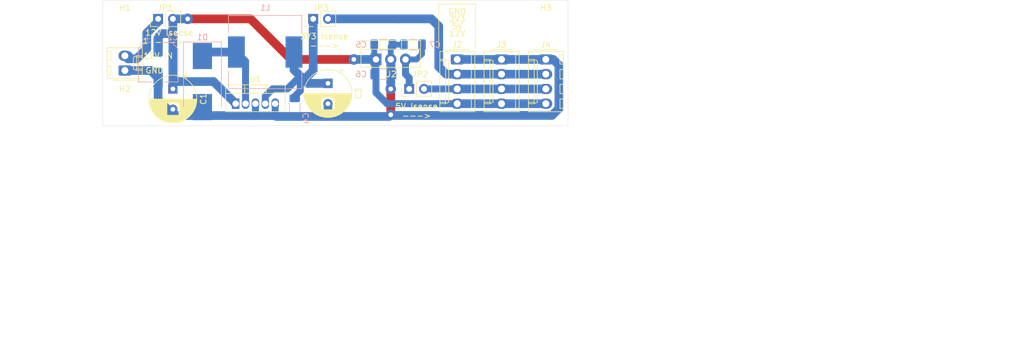
<source format=kicad_pcb>
(kicad_pcb (version 20171130) (host pcbnew 5.1.10-88a1d61d58~90~ubuntu20.04.1)

  (general
    (thickness 1.6)
    (drawings 20)
    (tracks 110)
    (zones 0)
    (modules 21)
    (nets 9)
  )

  (page A4)
  (title_block
    (company "Ondřej Sluka")
  )

  (layers
    (0 F.Cu signal)
    (31 B.Cu signal)
    (32 B.Adhes user)
    (33 F.Adhes user)
    (34 B.Paste user)
    (35 F.Paste user)
    (36 B.SilkS user)
    (37 F.SilkS user)
    (38 B.Mask user)
    (39 F.Mask user)
    (40 Dwgs.User user)
    (41 Cmts.User user)
    (42 Eco1.User user)
    (43 Eco2.User user)
    (44 Edge.Cuts user)
    (45 Margin user)
    (46 B.CrtYd user)
    (47 F.CrtYd user)
    (48 B.Fab user)
    (49 F.Fab user)
  )

  (setup
    (last_trace_width 1)
    (user_trace_width 0.8)
    (user_trace_width 1)
    (user_trace_width 1.2)
    (user_trace_width 1.5)
    (user_trace_width 3)
    (trace_clearance 0.4)
    (zone_clearance 0.508)
    (zone_45_only no)
    (trace_min 0.8)
    (via_size 1.2)
    (via_drill 0.8)
    (via_min_size 1)
    (via_min_drill 0.8)
    (user_via 1.8 0.8)
    (user_via 2.2 1)
    (uvia_size 0.3)
    (uvia_drill 0.1)
    (uvias_allowed no)
    (uvia_min_size 0.2)
    (uvia_min_drill 0.1)
    (edge_width 0.05)
    (segment_width 0.2)
    (pcb_text_width 0.3)
    (pcb_text_size 1.5 1.5)
    (mod_edge_width 0.12)
    (mod_text_size 1 1)
    (mod_text_width 0.15)
    (pad_size 1.524 1.524)
    (pad_drill 0.762)
    (pad_to_mask_clearance 0)
    (aux_axis_origin 63.5 127)
    (grid_origin 63.5 127)
    (visible_elements FFFFFF7F)
    (pcbplotparams
      (layerselection 0x01000_fffffffe)
      (usegerberextensions false)
      (usegerberattributes true)
      (usegerberadvancedattributes true)
      (creategerberjobfile true)
      (excludeedgelayer true)
      (linewidth 0.100000)
      (plotframeref false)
      (viasonmask false)
      (mode 1)
      (useauxorigin true)
      (hpglpennumber 1)
      (hpglpenspeed 20)
      (hpglpendiameter 15.000000)
      (psnegative false)
      (psa4output false)
      (plotreference true)
      (plotvalue true)
      (plotinvisibletext false)
      (padsonsilk false)
      (subtractmaskfromsilk false)
      (outputformat 1)
      (mirror false)
      (drillshape 0)
      (scaleselection 1)
      (outputdirectory "gerber/"))
  )

  (net 0 "")
  (net 1 GND)
  (net 2 +12V)
  (net 3 "Net-(C3-Pad1)")
  (net 4 "Net-(C7-Pad1)")
  (net 5 "Net-(D1-Pad1)")
  (net 6 "Net-(J1-Pad2)")
  (net 7 +5V)
  (net 8 +3V3)

  (net_class Default "This is the default net class."
    (clearance 0.4)
    (trace_width 1)
    (via_dia 1.2)
    (via_drill 0.8)
    (uvia_dia 0.3)
    (uvia_drill 0.1)
    (diff_pair_width 0.8)
    (diff_pair_gap 0.25)
    (add_net +12V)
    (add_net +3V3)
    (add_net +5V)
    (add_net GND)
    (add_net "Net-(C3-Pad1)")
    (add_net "Net-(C7-Pad1)")
    (add_net "Net-(D1-Pad1)")
    (add_net "Net-(J1-Pad2)")
  )

  (module MountingHole:MountingHole_3.2mm_M3 (layer F.Cu) (tedit 56D1B4CB) (tstamp 63DF0353)
    (at 139.7 109.22)
    (descr "Mounting Hole 3.2mm, no annular, M3")
    (tags "mounting hole 3.2mm no annular m3")
    (path /63E5B12A)
    (attr virtual)
    (fp_text reference H3 (at 0 -2.54) (layer F.SilkS)
      (effects (font (size 1 1) (thickness 0.15)))
    )
    (fp_text value MountingHole (at 0 4.2) (layer F.Fab)
      (effects (font (size 1 1) (thickness 0.15)))
    )
    (fp_circle (center 0 0) (end 3.45 0) (layer F.CrtYd) (width 0.05))
    (fp_circle (center 0 0) (end 3.2 0) (layer Cmts.User) (width 0.15))
    (fp_text user %R (at 0.3 0) (layer F.Fab)
      (effects (font (size 1 1) (thickness 0.15)))
    )
    (pad 1 np_thru_hole circle (at 0 0) (size 3.2 3.2) (drill 3.2) (layers *.Cu *.Mask))
  )

  (module MountingHole:MountingHole_3.2mm_M3 (layer F.Cu) (tedit 56D1B4CB) (tstamp 63DF034B)
    (at 67.31 123.19)
    (descr "Mounting Hole 3.2mm, no annular, M3")
    (tags "mounting hole 3.2mm no annular m3")
    (path /63E5B2D2)
    (attr virtual)
    (fp_text reference H2 (at 0 -2.54) (layer F.SilkS)
      (effects (font (size 1 1) (thickness 0.15)))
    )
    (fp_text value MountingHole (at 0 4.2) (layer F.Fab)
      (effects (font (size 1 1) (thickness 0.15)))
    )
    (fp_circle (center 0 0) (end 3.45 0) (layer F.CrtYd) (width 0.05))
    (fp_circle (center 0 0) (end 3.2 0) (layer Cmts.User) (width 0.15))
    (fp_text user %R (at 0.3 0) (layer F.Fab)
      (effects (font (size 1 1) (thickness 0.15)))
    )
    (pad 1 np_thru_hole circle (at 0 0) (size 3.2 3.2) (drill 3.2) (layers *.Cu *.Mask))
  )

  (module MountingHole:MountingHole_3.2mm_M3 (layer F.Cu) (tedit 56D1B4CB) (tstamp 63DF0343)
    (at 67.31 109.22)
    (descr "Mounting Hole 3.2mm, no annular, M3")
    (tags "mounting hole 3.2mm no annular m3")
    (path /63E5AE10)
    (attr virtual)
    (fp_text reference H1 (at 0 -2.54) (layer F.SilkS)
      (effects (font (size 1 1) (thickness 0.15)))
    )
    (fp_text value MountingHole (at 0 4.2) (layer F.Fab)
      (effects (font (size 1 1) (thickness 0.15)))
    )
    (fp_circle (center 0 0) (end 3.45 0) (layer F.CrtYd) (width 0.05))
    (fp_circle (center 0 0) (end 3.2 0) (layer Cmts.User) (width 0.15))
    (fp_text user %R (at 0.3 0) (layer F.Fab)
      (effects (font (size 1 1) (thickness 0.15)))
    )
    (pad 1 np_thru_hole circle (at 0 0) (size 3.2 3.2) (drill 3.2) (layers *.Cu *.Mask))
  )

  (module Package_TO_SOT_THT:TO-220-3_Vertical (layer F.Cu) (tedit 5AC8BA0D) (tstamp 63DF3880)
    (at 110.49 115.57)
    (descr "TO-220-3, Vertical, RM 2.54mm, see https://www.vishay.com/docs/66542/to-220-1.pdf")
    (tags "TO-220-3 Vertical RM 2.54mm")
    (path /63E0E123)
    (fp_text reference U2 (at 2.54 2.54) (layer F.SilkS)
      (effects (font (size 1 1) (thickness 0.15)))
    )
    (fp_text value LM7805_TO220 (at 2.54 2.5) (layer F.Fab)
      (effects (font (size 1 1) (thickness 0.15)))
    )
    (fp_line (start 7.79 -3.4) (end -2.71 -3.4) (layer F.CrtYd) (width 0.05))
    (fp_line (start 7.79 1.51) (end 7.79 -3.4) (layer F.CrtYd) (width 0.05))
    (fp_line (start -2.71 1.51) (end 7.79 1.51) (layer F.CrtYd) (width 0.05))
    (fp_line (start -2.71 -3.4) (end -2.71 1.51) (layer F.CrtYd) (width 0.05))
    (fp_line (start 4.391 -3.27) (end 4.391 -1.76) (layer F.SilkS) (width 0.12))
    (fp_line (start 0.69 -3.27) (end 0.69 -1.76) (layer F.SilkS) (width 0.12))
    (fp_line (start -2.58 -1.76) (end 7.66 -1.76) (layer F.SilkS) (width 0.12))
    (fp_line (start 7.66 -3.27) (end 7.66 1.371) (layer F.SilkS) (width 0.12))
    (fp_line (start -2.58 -3.27) (end -2.58 1.371) (layer F.SilkS) (width 0.12))
    (fp_line (start -2.58 1.371) (end 7.66 1.371) (layer F.SilkS) (width 0.12))
    (fp_line (start -2.58 -3.27) (end 7.66 -3.27) (layer F.SilkS) (width 0.12))
    (fp_line (start 4.39 -3.15) (end 4.39 -1.88) (layer F.Fab) (width 0.1))
    (fp_line (start 0.69 -3.15) (end 0.69 -1.88) (layer F.Fab) (width 0.1))
    (fp_line (start -2.46 -1.88) (end 7.54 -1.88) (layer F.Fab) (width 0.1))
    (fp_line (start 7.54 -3.15) (end -2.46 -3.15) (layer F.Fab) (width 0.1))
    (fp_line (start 7.54 1.25) (end 7.54 -3.15) (layer F.Fab) (width 0.1))
    (fp_line (start -2.46 1.25) (end 7.54 1.25) (layer F.Fab) (width 0.1))
    (fp_line (start -2.46 -3.15) (end -2.46 1.25) (layer F.Fab) (width 0.1))
    (fp_text user %R (at 2.54 -4.27) (layer F.Fab)
      (effects (font (size 1 1) (thickness 0.15)))
    )
    (pad 3 thru_hole oval (at 5.08 0) (size 1.905 2) (drill 1.1) (layers *.Cu *.Mask)
      (net 4 "Net-(C7-Pad1)"))
    (pad 2 thru_hole oval (at 2.54 0) (size 1.905 2) (drill 1.1) (layers *.Cu *.Mask)
      (net 1 GND))
    (pad 1 thru_hole rect (at 0 0) (size 1.905 2) (drill 1.1) (layers *.Cu *.Mask)
      (net 2 +12V))
    (model ${KISYS3DMOD}/Package_TO_SOT_THT.3dshapes/TO-220-3_Vertical.wrl
      (at (xyz 0 0 0))
      (scale (xyz 1 1 1))
      (rotate (xyz 0 0 0))
    )
  )

  (module Package_TO_SOT_THT:TO-220-5_Vertical (layer F.Cu) (tedit 5AD11EBF) (tstamp 63DEECBC)
    (at 86.36 123.19)
    (descr "TO-220-5, Vertical, RM 1.7mm, Pentawatt, Multiwatt-5, see http://www.analog.com/media/en/package-pcb-resources/package/pkg_pdf/ltc-legacy-to-220/to-220_5_05-08-1421_straight_lead.pdf")
    (tags "TO-220-5 Vertical RM 1.7mm Pentawatt Multiwatt-5")
    (path /62217403)
    (fp_text reference U1 (at 3.4 -4.27) (layer F.SilkS)
      (effects (font (size 1 1) (thickness 0.15)))
    )
    (fp_text value LM2575-3.3BT (at 3.4 2.5) (layer F.Fab)
      (effects (font (size 1 1) (thickness 0.15)))
    )
    (fp_line (start 8.65 -3.4) (end -1.85 -3.4) (layer F.CrtYd) (width 0.05))
    (fp_line (start 8.65 1.51) (end 8.65 -3.4) (layer F.CrtYd) (width 0.05))
    (fp_line (start -1.85 1.51) (end 8.65 1.51) (layer F.CrtYd) (width 0.05))
    (fp_line (start -1.85 -3.4) (end -1.85 1.51) (layer F.CrtYd) (width 0.05))
    (fp_line (start 5.25 -3.27) (end 5.25 -1.76) (layer F.SilkS) (width 0.12))
    (fp_line (start 1.55 -3.27) (end 1.55 -1.76) (layer F.SilkS) (width 0.12))
    (fp_line (start -1.721 -1.76) (end 8.52 -1.76) (layer F.SilkS) (width 0.12))
    (fp_line (start 8.52 -3.27) (end 8.52 1.371) (layer F.SilkS) (width 0.12))
    (fp_line (start -1.721 -3.27) (end -1.721 1.371) (layer F.SilkS) (width 0.12))
    (fp_line (start -1.721 1.371) (end 8.52 1.371) (layer F.SilkS) (width 0.12))
    (fp_line (start -1.721 -3.27) (end 8.52 -3.27) (layer F.SilkS) (width 0.12))
    (fp_line (start 5.25 -3.15) (end 5.25 -1.88) (layer F.Fab) (width 0.1))
    (fp_line (start 1.55 -3.15) (end 1.55 -1.88) (layer F.Fab) (width 0.1))
    (fp_line (start -1.6 -1.88) (end 8.4 -1.88) (layer F.Fab) (width 0.1))
    (fp_line (start 8.4 -3.15) (end -1.6 -3.15) (layer F.Fab) (width 0.1))
    (fp_line (start 8.4 1.25) (end 8.4 -3.15) (layer F.Fab) (width 0.1))
    (fp_line (start -1.6 1.25) (end 8.4 1.25) (layer F.Fab) (width 0.1))
    (fp_line (start -1.6 -3.15) (end -1.6 1.25) (layer F.Fab) (width 0.1))
    (fp_text user %R (at 3.4 -4.27) (layer F.Fab)
      (effects (font (size 1 1) (thickness 0.15)))
    )
    (pad 5 thru_hole oval (at 6.8 0) (size 1.275 1.8) (drill 1.1) (layers *.Cu *.Mask)
      (net 1 GND))
    (pad 4 thru_hole oval (at 5.1 0) (size 1.275 1.8) (drill 1.1) (layers *.Cu *.Mask)
      (net 3 "Net-(C3-Pad1)"))
    (pad 3 thru_hole oval (at 3.4 0) (size 1.275 1.8) (drill 1.1) (layers *.Cu *.Mask)
      (net 1 GND))
    (pad 2 thru_hole oval (at 1.7 0) (size 1.275 1.8) (drill 1.1) (layers *.Cu *.Mask)
      (net 5 "Net-(D1-Pad1)"))
    (pad 1 thru_hole rect (at 0 0) (size 1.275 1.8) (drill 1.1) (layers *.Cu *.Mask)
      (net 2 +12V))
    (model ${KISYS3DMOD}/Package_TO_SOT_THT.3dshapes/TO-220-5_Vertical.wrl
      (at (xyz 0 0 0))
      (scale (xyz 1 1 1))
      (rotate (xyz 0 0 0))
    )
  )

  (module Inductor_SMD:L_12x12mm_H8mm (layer B.Cu) (tedit 5990349C) (tstamp 63DEECA0)
    (at 91.44 114.3)
    (descr "Choke, SMD, 12x12mm 8mm height")
    (tags "Choke SMD")
    (path /61118294)
    (attr smd)
    (fp_text reference L1 (at 0 -7.62) (layer B.SilkS)
      (effects (font (size 1 1) (thickness 0.15)) (justify mirror))
    )
    (fp_text value 330uH (at 0 -7.6) (layer B.Fab)
      (effects (font (size 1 1) (thickness 0.15)) (justify mirror))
    )
    (fp_circle (center -2.1 -3) (end -1.8 -3.25) (layer B.Fab) (width 0.1))
    (fp_circle (center 0 0) (end 0.15 -0.15) (layer B.Adhes) (width 0.38))
    (fp_circle (center 0 0) (end 0.55 0) (layer B.Adhes) (width 0.38))
    (fp_circle (center 0 0) (end 0.9 0) (layer B.Adhes) (width 0.38))
    (fp_line (start 6.2 6.2) (end 6.2 3.3) (layer B.Fab) (width 0.1))
    (fp_line (start -6.2 6.2) (end -6.2 3.3) (layer B.Fab) (width 0.1))
    (fp_line (start 6.2 6.2) (end -6.2 6.2) (layer B.Fab) (width 0.1))
    (fp_line (start 6.2 -6.2) (end 6.2 -3.3) (layer B.Fab) (width 0.1))
    (fp_line (start -6.2 -6.2) (end 6.2 -6.2) (layer B.Fab) (width 0.1))
    (fp_line (start -6.2 -3.3) (end -6.2 -6.2) (layer B.Fab) (width 0.1))
    (fp_line (start -5 3.5) (end -4.8 3.2) (layer B.Fab) (width 0.1))
    (fp_line (start -5.1 4) (end -5 3.5) (layer B.Fab) (width 0.1))
    (fp_line (start -4.9 4.5) (end -5.1 4) (layer B.Fab) (width 0.1))
    (fp_line (start -4.6 4.8) (end -4.9 4.5) (layer B.Fab) (width 0.1))
    (fp_line (start -4.2 5) (end -4.6 4.8) (layer B.Fab) (width 0.1))
    (fp_line (start -3.7 5.1) (end -4.2 5) (layer B.Fab) (width 0.1))
    (fp_line (start -3.3 4.9) (end -3.7 5.1) (layer B.Fab) (width 0.1))
    (fp_line (start -3 4.7) (end -3.3 4.9) (layer B.Fab) (width 0.1))
    (fp_line (start -2.6 4.9) (end -3 4.7) (layer B.Fab) (width 0.1))
    (fp_line (start -1.7 5.3) (end -2.6 4.9) (layer B.Fab) (width 0.1))
    (fp_line (start -0.8 5.5) (end -1.7 5.3) (layer B.Fab) (width 0.1))
    (fp_line (start 0 5.6) (end -0.8 5.5) (layer B.Fab) (width 0.1))
    (fp_line (start 0.9 5.5) (end 0 5.6) (layer B.Fab) (width 0.1))
    (fp_line (start 1.7 5.3) (end 0.9 5.5) (layer B.Fab) (width 0.1))
    (fp_line (start 2.2 5.1) (end 1.7 5.3) (layer B.Fab) (width 0.1))
    (fp_line (start 2.6 4.9) (end 2.2 5.1) (layer B.Fab) (width 0.1))
    (fp_line (start 3 4.6) (end 2.6 4.9) (layer B.Fab) (width 0.1))
    (fp_line (start 3.3 4.9) (end 3 4.6) (layer B.Fab) (width 0.1))
    (fp_line (start 3.6 5) (end 3.3 4.9) (layer B.Fab) (width 0.1))
    (fp_line (start 3.9 5.1) (end 3.6 5) (layer B.Fab) (width 0.1))
    (fp_line (start 4.2 5.1) (end 3.9 5.1) (layer B.Fab) (width 0.1))
    (fp_line (start 4.5 4.9) (end 4.2 5.1) (layer B.Fab) (width 0.1))
    (fp_line (start 4.8 4.7) (end 4.5 4.9) (layer B.Fab) (width 0.1))
    (fp_line (start 5 4.3) (end 4.8 4.7) (layer B.Fab) (width 0.1))
    (fp_line (start 5.1 4) (end 5 4.3) (layer B.Fab) (width 0.1))
    (fp_line (start 5 3.6) (end 5.1 4) (layer B.Fab) (width 0.1))
    (fp_line (start 4.9 3.3) (end 5 3.6) (layer B.Fab) (width 0.1))
    (fp_line (start -5 -3.6) (end -4.8 -3.2) (layer B.Fab) (width 0.1))
    (fp_line (start -5.1 -4.1) (end -5 -3.6) (layer B.Fab) (width 0.1))
    (fp_line (start -4.9 -4.6) (end -5.1 -4.1) (layer B.Fab) (width 0.1))
    (fp_line (start -4.6 -4.8) (end -4.9 -4.6) (layer B.Fab) (width 0.1))
    (fp_line (start -4.3 -5) (end -4.6 -4.8) (layer B.Fab) (width 0.1))
    (fp_line (start -3.9 -5.1) (end -4.3 -5) (layer B.Fab) (width 0.1))
    (fp_line (start -3.3 -4.9) (end -3.9 -5.1) (layer B.Fab) (width 0.1))
    (fp_line (start -3 -4.7) (end -3.3 -4.9) (layer B.Fab) (width 0.1))
    (fp_line (start -2.6 -4.9) (end -3 -4.7) (layer B.Fab) (width 0.1))
    (fp_line (start -2.1 -5.1) (end -2.6 -4.9) (layer B.Fab) (width 0.1))
    (fp_line (start -1.5 -5.3) (end -2.1 -5.1) (layer B.Fab) (width 0.1))
    (fp_line (start -0.6 -5.5) (end -1.5 -5.3) (layer B.Fab) (width 0.1))
    (fp_line (start 0.6 -5.5) (end -0.6 -5.5) (layer B.Fab) (width 0.1))
    (fp_line (start 1.6 -5.3) (end 0.6 -5.5) (layer B.Fab) (width 0.1))
    (fp_line (start 2.4 -5) (end 1.6 -5.3) (layer B.Fab) (width 0.1))
    (fp_line (start 3 -4.6) (end 2.4 -5) (layer B.Fab) (width 0.1))
    (fp_line (start 3.1 -4.7) (end 3 -4.6) (layer B.Fab) (width 0.1))
    (fp_line (start 3.5 -5) (end 3.1 -4.7) (layer B.Fab) (width 0.1))
    (fp_line (start 4 -5.1) (end 3.5 -5) (layer B.Fab) (width 0.1))
    (fp_line (start 4.5 -5) (end 4 -5.1) (layer B.Fab) (width 0.1))
    (fp_line (start 4.8 -4.6) (end 4.5 -5) (layer B.Fab) (width 0.1))
    (fp_line (start 5 -4.3) (end 4.8 -4.6) (layer B.Fab) (width 0.1))
    (fp_line (start 5.1 -3.8) (end 5 -4.3) (layer B.Fab) (width 0.1))
    (fp_line (start 5 -3.4) (end 5.1 -3.8) (layer B.Fab) (width 0.1))
    (fp_line (start 4.9 -3.3) (end 5 -3.4) (layer B.Fab) (width 0.1))
    (fp_line (start -6.86 -6.6) (end -6.86 6.6) (layer B.CrtYd) (width 0.05))
    (fp_line (start 6.86 -6.6) (end -6.86 -6.6) (layer B.CrtYd) (width 0.05))
    (fp_line (start 6.86 6.6) (end 6.86 -6.6) (layer B.CrtYd) (width 0.05))
    (fp_line (start -6.86 6.6) (end 6.86 6.6) (layer B.CrtYd) (width 0.05))
    (fp_line (start 6.3 6.3) (end 6.3 3.3) (layer B.SilkS) (width 0.12))
    (fp_line (start -6.3 6.3) (end 6.3 6.3) (layer B.SilkS) (width 0.12))
    (fp_line (start -6.3 3.3) (end -6.3 6.3) (layer B.SilkS) (width 0.12))
    (fp_line (start -6.3 -6.3) (end -6.3 -3.3) (layer B.SilkS) (width 0.12))
    (fp_line (start 6.3 -6.3) (end -6.3 -6.3) (layer B.SilkS) (width 0.12))
    (fp_line (start 6.3 -3.3) (end 6.3 -6.3) (layer B.SilkS) (width 0.12))
    (fp_text user %R (at 0 0) (layer B.Fab)
      (effects (font (size 1 1) (thickness 0.15)) (justify mirror))
    )
    (pad 2 smd rect (at 4.95 0) (size 2.9 5.4) (layers B.Cu B.Paste B.Mask)
      (net 3 "Net-(C3-Pad1)"))
    (pad 1 smd rect (at -4.95 0) (size 2.9 5.4) (layers B.Cu B.Paste B.Mask)
      (net 5 "Net-(D1-Pad1)"))
    (model ${KISYS3DMOD}/Inductor_SMD.3dshapes/L_12x12mm_H8mm.wrl
      (at (xyz 0 0 0))
      (scale (xyz 1 1 1))
      (rotate (xyz 0 0 0))
    )
  )

  (module Connector_PinHeader_2.54mm:PinHeader_1x02_P2.54mm_Vertical (layer F.Cu) (tedit 59FED5CC) (tstamp 63DEEC51)
    (at 99.695 108.585 90)
    (descr "Through hole straight pin header, 1x02, 2.54mm pitch, single row")
    (tags "Through hole pin header THT 1x02 2.54mm single row")
    (path /63E0BAF5)
    (fp_text reference JP3 (at 1.905 1.27 180) (layer F.SilkS)
      (effects (font (size 1 1) (thickness 0.15)))
    )
    (fp_text value Jumper (at 0 4.87 90) (layer F.Fab)
      (effects (font (size 1 1) (thickness 0.15)))
    )
    (fp_line (start 1.8 -1.8) (end -1.8 -1.8) (layer F.CrtYd) (width 0.05))
    (fp_line (start 1.8 4.35) (end 1.8 -1.8) (layer F.CrtYd) (width 0.05))
    (fp_line (start -1.8 4.35) (end 1.8 4.35) (layer F.CrtYd) (width 0.05))
    (fp_line (start -1.8 -1.8) (end -1.8 4.35) (layer F.CrtYd) (width 0.05))
    (fp_line (start -1.33 -1.33) (end 0 -1.33) (layer F.SilkS) (width 0.12))
    (fp_line (start -1.33 0) (end -1.33 -1.33) (layer F.SilkS) (width 0.12))
    (fp_line (start -1.33 1.27) (end 1.33 1.27) (layer F.SilkS) (width 0.12))
    (fp_line (start 1.33 1.27) (end 1.33 3.87) (layer F.SilkS) (width 0.12))
    (fp_line (start -1.33 1.27) (end -1.33 3.87) (layer F.SilkS) (width 0.12))
    (fp_line (start -1.33 3.87) (end 1.33 3.87) (layer F.SilkS) (width 0.12))
    (fp_line (start -1.27 -0.635) (end -0.635 -1.27) (layer F.Fab) (width 0.1))
    (fp_line (start -1.27 3.81) (end -1.27 -0.635) (layer F.Fab) (width 0.1))
    (fp_line (start 1.27 3.81) (end -1.27 3.81) (layer F.Fab) (width 0.1))
    (fp_line (start 1.27 -1.27) (end 1.27 3.81) (layer F.Fab) (width 0.1))
    (fp_line (start -0.635 -1.27) (end 1.27 -1.27) (layer F.Fab) (width 0.1))
    (fp_text user %R (at 0 1.27) (layer F.Fab)
      (effects (font (size 1 1) (thickness 0.15)))
    )
    (pad 2 thru_hole oval (at 0 2.54 90) (size 1.7 1.7) (drill 1) (layers *.Cu *.Mask)
      (net 8 +3V3))
    (pad 1 thru_hole rect (at 0 0 90) (size 1.7 1.7) (drill 1) (layers *.Cu *.Mask)
      (net 3 "Net-(C3-Pad1)"))
    (model ${KISYS3DMOD}/Connector_PinHeader_2.54mm.3dshapes/PinHeader_1x02_P2.54mm_Vertical.wrl
      (at (xyz 0 0 0))
      (scale (xyz 1 1 1))
      (rotate (xyz 0 0 0))
    )
  )

  (module Connector_PinHeader_2.54mm:PinHeader_1x02_P2.54mm_Vertical (layer F.Cu) (tedit 59FED5CC) (tstamp 63DF3966)
    (at 116.205 120.65 90)
    (descr "Through hole straight pin header, 1x02, 2.54mm pitch, single row")
    (tags "Through hole pin header THT 1x02 2.54mm single row")
    (path /63E1B0EA)
    (fp_text reference JP2 (at 2.54 1.905 180) (layer F.SilkS)
      (effects (font (size 1 1) (thickness 0.15)))
    )
    (fp_text value Jumper (at 0 4.87 90) (layer F.Fab)
      (effects (font (size 1 1) (thickness 0.15)))
    )
    (fp_line (start 1.8 -1.8) (end -1.8 -1.8) (layer F.CrtYd) (width 0.05))
    (fp_line (start 1.8 4.35) (end 1.8 -1.8) (layer F.CrtYd) (width 0.05))
    (fp_line (start -1.8 4.35) (end 1.8 4.35) (layer F.CrtYd) (width 0.05))
    (fp_line (start -1.8 -1.8) (end -1.8 4.35) (layer F.CrtYd) (width 0.05))
    (fp_line (start -1.33 -1.33) (end 0 -1.33) (layer F.SilkS) (width 0.12))
    (fp_line (start -1.33 0) (end -1.33 -1.33) (layer F.SilkS) (width 0.12))
    (fp_line (start -1.33 1.27) (end 1.33 1.27) (layer F.SilkS) (width 0.12))
    (fp_line (start 1.33 1.27) (end 1.33 3.87) (layer F.SilkS) (width 0.12))
    (fp_line (start -1.33 1.27) (end -1.33 3.87) (layer F.SilkS) (width 0.12))
    (fp_line (start -1.33 3.87) (end 1.33 3.87) (layer F.SilkS) (width 0.12))
    (fp_line (start -1.27 -0.635) (end -0.635 -1.27) (layer F.Fab) (width 0.1))
    (fp_line (start -1.27 3.81) (end -1.27 -0.635) (layer F.Fab) (width 0.1))
    (fp_line (start 1.27 3.81) (end -1.27 3.81) (layer F.Fab) (width 0.1))
    (fp_line (start 1.27 -1.27) (end 1.27 3.81) (layer F.Fab) (width 0.1))
    (fp_line (start -0.635 -1.27) (end 1.27 -1.27) (layer F.Fab) (width 0.1))
    (fp_text user %R (at 0 1.27) (layer F.Fab)
      (effects (font (size 1 1) (thickness 0.15)))
    )
    (pad 2 thru_hole oval (at 0 2.54 90) (size 1.7 1.7) (drill 1) (layers *.Cu *.Mask)
      (net 7 +5V))
    (pad 1 thru_hole rect (at 0 0 90) (size 1.7 1.7) (drill 1) (layers *.Cu *.Mask)
      (net 4 "Net-(C7-Pad1)"))
    (model ${KISYS3DMOD}/Connector_PinHeader_2.54mm.3dshapes/PinHeader_1x02_P2.54mm_Vertical.wrl
      (at (xyz 0 0 0))
      (scale (xyz 1 1 1))
      (rotate (xyz 0 0 0))
    )
  )

  (module Connector_PinHeader_2.54mm:PinHeader_1x02_P2.54mm_Vertical (layer F.Cu) (tedit 59FED5CC) (tstamp 63DEEC25)
    (at 73.025 108.585 90)
    (descr "Through hole straight pin header, 1x02, 2.54mm pitch, single row")
    (tags "Through hole pin header THT 1x02 2.54mm single row")
    (path /63E0852D)
    (fp_text reference JP1 (at 1.905 1.27 180) (layer F.SilkS)
      (effects (font (size 1 1) (thickness 0.15)))
    )
    (fp_text value Jumper (at 0 4.87 90) (layer F.Fab)
      (effects (font (size 1 1) (thickness 0.15)))
    )
    (fp_line (start 1.8 -1.8) (end -1.8 -1.8) (layer F.CrtYd) (width 0.05))
    (fp_line (start 1.8 4.35) (end 1.8 -1.8) (layer F.CrtYd) (width 0.05))
    (fp_line (start -1.8 4.35) (end 1.8 4.35) (layer F.CrtYd) (width 0.05))
    (fp_line (start -1.8 -1.8) (end -1.8 4.35) (layer F.CrtYd) (width 0.05))
    (fp_line (start -1.33 -1.33) (end 0 -1.33) (layer F.SilkS) (width 0.12))
    (fp_line (start -1.33 0) (end -1.33 -1.33) (layer F.SilkS) (width 0.12))
    (fp_line (start -1.33 1.27) (end 1.33 1.27) (layer F.SilkS) (width 0.12))
    (fp_line (start 1.33 1.27) (end 1.33 3.87) (layer F.SilkS) (width 0.12))
    (fp_line (start -1.33 1.27) (end -1.33 3.87) (layer F.SilkS) (width 0.12))
    (fp_line (start -1.33 3.87) (end 1.33 3.87) (layer F.SilkS) (width 0.12))
    (fp_line (start -1.27 -0.635) (end -0.635 -1.27) (layer F.Fab) (width 0.1))
    (fp_line (start -1.27 3.81) (end -1.27 -0.635) (layer F.Fab) (width 0.1))
    (fp_line (start 1.27 3.81) (end -1.27 3.81) (layer F.Fab) (width 0.1))
    (fp_line (start 1.27 -1.27) (end 1.27 3.81) (layer F.Fab) (width 0.1))
    (fp_line (start -0.635 -1.27) (end 1.27 -1.27) (layer F.Fab) (width 0.1))
    (fp_text user %R (at 0 1.27) (layer F.Fab)
      (effects (font (size 1 1) (thickness 0.15)))
    )
    (pad 2 thru_hole oval (at 0 2.54 90) (size 1.7 1.7) (drill 1) (layers *.Cu *.Mask)
      (net 2 +12V))
    (pad 1 thru_hole rect (at 0 0 90) (size 1.7 1.7) (drill 1) (layers *.Cu *.Mask)
      (net 6 "Net-(J1-Pad2)"))
    (model ${KISYS3DMOD}/Connector_PinHeader_2.54mm.3dshapes/PinHeader_1x02_P2.54mm_Vertical.wrl
      (at (xyz 0 0 0))
      (scale (xyz 1 1 1))
      (rotate (xyz 0 0 0))
    )
  )

  (module Connector_Molex:Molex_KK-254_AE-6410-04A_1x04_P2.54mm_Vertical (layer F.Cu) (tedit 5EA53D3B) (tstamp 63DEEC0F)
    (at 139.7 115.57 270)
    (descr "Molex KK-254 Interconnect System, old/engineering part number: AE-6410-04A example for new part number: 22-27-2041, 4 Pins (http://www.molex.com/pdm_docs/sd/022272021_sd.pdf), generated with kicad-footprint-generator")
    (tags "connector Molex KK-254 vertical")
    (path /63DFEFC5)
    (fp_text reference J4 (at -2.54 0 180) (layer F.SilkS)
      (effects (font (size 1 1) (thickness 0.15)))
    )
    (fp_text value Conn_01x04 (at 3.81 4.08 90) (layer F.Fab)
      (effects (font (size 1 1) (thickness 0.15)))
    )
    (fp_line (start 9.39 -3.42) (end -1.77 -3.42) (layer F.CrtYd) (width 0.05))
    (fp_line (start 9.39 3.38) (end 9.39 -3.42) (layer F.CrtYd) (width 0.05))
    (fp_line (start -1.77 3.38) (end 9.39 3.38) (layer F.CrtYd) (width 0.05))
    (fp_line (start -1.77 -3.42) (end -1.77 3.38) (layer F.CrtYd) (width 0.05))
    (fp_line (start 8.42 -2.43) (end 8.42 -3.03) (layer F.SilkS) (width 0.12))
    (fp_line (start 6.82 -2.43) (end 8.42 -2.43) (layer F.SilkS) (width 0.12))
    (fp_line (start 6.82 -3.03) (end 6.82 -2.43) (layer F.SilkS) (width 0.12))
    (fp_line (start 5.88 -2.43) (end 5.88 -3.03) (layer F.SilkS) (width 0.12))
    (fp_line (start 4.28 -2.43) (end 5.88 -2.43) (layer F.SilkS) (width 0.12))
    (fp_line (start 4.28 -3.03) (end 4.28 -2.43) (layer F.SilkS) (width 0.12))
    (fp_line (start 3.34 -2.43) (end 3.34 -3.03) (layer F.SilkS) (width 0.12))
    (fp_line (start 1.74 -2.43) (end 3.34 -2.43) (layer F.SilkS) (width 0.12))
    (fp_line (start 1.74 -3.03) (end 1.74 -2.43) (layer F.SilkS) (width 0.12))
    (fp_line (start 0.8 -2.43) (end 0.8 -3.03) (layer F.SilkS) (width 0.12))
    (fp_line (start -0.8 -2.43) (end 0.8 -2.43) (layer F.SilkS) (width 0.12))
    (fp_line (start -0.8 -3.03) (end -0.8 -2.43) (layer F.SilkS) (width 0.12))
    (fp_line (start 7.37 2.99) (end 7.37 1.99) (layer F.SilkS) (width 0.12))
    (fp_line (start 0.25 2.99) (end 0.25 1.99) (layer F.SilkS) (width 0.12))
    (fp_line (start 7.37 1.46) (end 7.62 1.99) (layer F.SilkS) (width 0.12))
    (fp_line (start 0.25 1.46) (end 7.37 1.46) (layer F.SilkS) (width 0.12))
    (fp_line (start 0 1.99) (end 0.25 1.46) (layer F.SilkS) (width 0.12))
    (fp_line (start 7.62 1.99) (end 7.62 2.99) (layer F.SilkS) (width 0.12))
    (fp_line (start 0 1.99) (end 7.62 1.99) (layer F.SilkS) (width 0.12))
    (fp_line (start 0 2.99) (end 0 1.99) (layer F.SilkS) (width 0.12))
    (fp_line (start -0.562893 0) (end -1.27 0.5) (layer F.Fab) (width 0.1))
    (fp_line (start -1.27 -0.5) (end -0.562893 0) (layer F.Fab) (width 0.1))
    (fp_line (start -1.67 -2) (end -1.67 2) (layer F.SilkS) (width 0.12))
    (fp_line (start 9 -3.03) (end -1.38 -3.03) (layer F.SilkS) (width 0.12))
    (fp_line (start 9 2.99) (end 9 -3.03) (layer F.SilkS) (width 0.12))
    (fp_line (start -1.38 2.99) (end 9 2.99) (layer F.SilkS) (width 0.12))
    (fp_line (start -1.38 -3.03) (end -1.38 2.99) (layer F.SilkS) (width 0.12))
    (fp_line (start 8.89 -2.92) (end -1.27 -2.92) (layer F.Fab) (width 0.1))
    (fp_line (start 8.89 2.88) (end 8.89 -2.92) (layer F.Fab) (width 0.1))
    (fp_line (start -1.27 2.88) (end 8.89 2.88) (layer F.Fab) (width 0.1))
    (fp_line (start -1.27 -2.92) (end -1.27 2.88) (layer F.Fab) (width 0.1))
    (fp_text user %R (at 3.81 -2.22 90) (layer F.Fab)
      (effects (font (size 1 1) (thickness 0.15)))
    )
    (pad 4 thru_hole oval (at 7.62 0 270) (size 1.74 2.19) (drill 1.19) (layers *.Cu *.Mask)
      (net 2 +12V))
    (pad 3 thru_hole oval (at 5.08 0 270) (size 1.74 2.19) (drill 1.19) (layers *.Cu *.Mask)
      (net 7 +5V))
    (pad 2 thru_hole oval (at 2.54 0 270) (size 1.74 2.19) (drill 1.19) (layers *.Cu *.Mask)
      (net 8 +3V3))
    (pad 1 thru_hole roundrect (at 0 0 270) (size 1.74 2.19) (drill 1.19) (layers *.Cu *.Mask) (roundrect_rratio 0.1436775862068966)
      (net 1 GND))
    (model ${KISYS3DMOD}/Connector_Molex.3dshapes/Molex_KK-254_AE-6410-04A_1x04_P2.54mm_Vertical.wrl
      (at (xyz 0 0 0))
      (scale (xyz 1 1 1))
      (rotate (xyz 0 0 0))
    )
  )

  (module Connector_Molex:Molex_KK-254_AE-6410-04A_1x04_P2.54mm_Vertical (layer F.Cu) (tedit 5EA53D3B) (tstamp 63DEEBE3)
    (at 132.08 115.57 270)
    (descr "Molex KK-254 Interconnect System, old/engineering part number: AE-6410-04A example for new part number: 22-27-2041, 4 Pins (http://www.molex.com/pdm_docs/sd/022272021_sd.pdf), generated with kicad-footprint-generator")
    (tags "connector Molex KK-254 vertical")
    (path /63DF86B8)
    (fp_text reference J3 (at -2.54 0 180) (layer F.SilkS)
      (effects (font (size 1 1) (thickness 0.15)))
    )
    (fp_text value Conn_01x04 (at 3.81 4.08 90) (layer F.Fab)
      (effects (font (size 1 1) (thickness 0.15)))
    )
    (fp_line (start 9.39 -3.42) (end -1.77 -3.42) (layer F.CrtYd) (width 0.05))
    (fp_line (start 9.39 3.38) (end 9.39 -3.42) (layer F.CrtYd) (width 0.05))
    (fp_line (start -1.77 3.38) (end 9.39 3.38) (layer F.CrtYd) (width 0.05))
    (fp_line (start -1.77 -3.42) (end -1.77 3.38) (layer F.CrtYd) (width 0.05))
    (fp_line (start 8.42 -2.43) (end 8.42 -3.03) (layer F.SilkS) (width 0.12))
    (fp_line (start 6.82 -2.43) (end 8.42 -2.43) (layer F.SilkS) (width 0.12))
    (fp_line (start 6.82 -3.03) (end 6.82 -2.43) (layer F.SilkS) (width 0.12))
    (fp_line (start 5.88 -2.43) (end 5.88 -3.03) (layer F.SilkS) (width 0.12))
    (fp_line (start 4.28 -2.43) (end 5.88 -2.43) (layer F.SilkS) (width 0.12))
    (fp_line (start 4.28 -3.03) (end 4.28 -2.43) (layer F.SilkS) (width 0.12))
    (fp_line (start 3.34 -2.43) (end 3.34 -3.03) (layer F.SilkS) (width 0.12))
    (fp_line (start 1.74 -2.43) (end 3.34 -2.43) (layer F.SilkS) (width 0.12))
    (fp_line (start 1.74 -3.03) (end 1.74 -2.43) (layer F.SilkS) (width 0.12))
    (fp_line (start 0.8 -2.43) (end 0.8 -3.03) (layer F.SilkS) (width 0.12))
    (fp_line (start -0.8 -2.43) (end 0.8 -2.43) (layer F.SilkS) (width 0.12))
    (fp_line (start -0.8 -3.03) (end -0.8 -2.43) (layer F.SilkS) (width 0.12))
    (fp_line (start 7.37 2.99) (end 7.37 1.99) (layer F.SilkS) (width 0.12))
    (fp_line (start 0.25 2.99) (end 0.25 1.99) (layer F.SilkS) (width 0.12))
    (fp_line (start 7.37 1.46) (end 7.62 1.99) (layer F.SilkS) (width 0.12))
    (fp_line (start 0.25 1.46) (end 7.37 1.46) (layer F.SilkS) (width 0.12))
    (fp_line (start 0 1.99) (end 0.25 1.46) (layer F.SilkS) (width 0.12))
    (fp_line (start 7.62 1.99) (end 7.62 2.99) (layer F.SilkS) (width 0.12))
    (fp_line (start 0 1.99) (end 7.62 1.99) (layer F.SilkS) (width 0.12))
    (fp_line (start 0 2.99) (end 0 1.99) (layer F.SilkS) (width 0.12))
    (fp_line (start -0.562893 0) (end -1.27 0.5) (layer F.Fab) (width 0.1))
    (fp_line (start -1.27 -0.5) (end -0.562893 0) (layer F.Fab) (width 0.1))
    (fp_line (start -1.67 -2) (end -1.67 2) (layer F.SilkS) (width 0.12))
    (fp_line (start 9 -3.03) (end -1.38 -3.03) (layer F.SilkS) (width 0.12))
    (fp_line (start 9 2.99) (end 9 -3.03) (layer F.SilkS) (width 0.12))
    (fp_line (start -1.38 2.99) (end 9 2.99) (layer F.SilkS) (width 0.12))
    (fp_line (start -1.38 -3.03) (end -1.38 2.99) (layer F.SilkS) (width 0.12))
    (fp_line (start 8.89 -2.92) (end -1.27 -2.92) (layer F.Fab) (width 0.1))
    (fp_line (start 8.89 2.88) (end 8.89 -2.92) (layer F.Fab) (width 0.1))
    (fp_line (start -1.27 2.88) (end 8.89 2.88) (layer F.Fab) (width 0.1))
    (fp_line (start -1.27 -2.92) (end -1.27 2.88) (layer F.Fab) (width 0.1))
    (fp_text user %R (at 3.81 -2.22 90) (layer F.Fab)
      (effects (font (size 1 1) (thickness 0.15)))
    )
    (pad 4 thru_hole oval (at 7.62 0 270) (size 1.74 2.19) (drill 1.19) (layers *.Cu *.Mask)
      (net 2 +12V))
    (pad 3 thru_hole oval (at 5.08 0 270) (size 1.74 2.19) (drill 1.19) (layers *.Cu *.Mask)
      (net 7 +5V))
    (pad 2 thru_hole oval (at 2.54 0 270) (size 1.74 2.19) (drill 1.19) (layers *.Cu *.Mask)
      (net 8 +3V3))
    (pad 1 thru_hole roundrect (at 0 0 270) (size 1.74 2.19) (drill 1.19) (layers *.Cu *.Mask) (roundrect_rratio 0.1436775862068966)
      (net 1 GND))
    (model ${KISYS3DMOD}/Connector_Molex.3dshapes/Molex_KK-254_AE-6410-04A_1x04_P2.54mm_Vertical.wrl
      (at (xyz 0 0 0))
      (scale (xyz 1 1 1))
      (rotate (xyz 0 0 0))
    )
  )

  (module Connector_Molex:Molex_KK-254_AE-6410-04A_1x04_P2.54mm_Vertical (layer F.Cu) (tedit 5EA53D3B) (tstamp 63DEEBB7)
    (at 124.46 115.57 270)
    (descr "Molex KK-254 Interconnect System, old/engineering part number: AE-6410-04A example for new part number: 22-27-2041, 4 Pins (http://www.molex.com/pdm_docs/sd/022272021_sd.pdf), generated with kicad-footprint-generator")
    (tags "connector Molex KK-254 vertical")
    (path /63E298F5)
    (fp_text reference J2 (at -2.54 0 180) (layer F.SilkS)
      (effects (font (size 1 1) (thickness 0.15)))
    )
    (fp_text value Conn_01x04 (at 3.81 4.08 90) (layer F.Fab)
      (effects (font (size 1 1) (thickness 0.15)))
    )
    (fp_line (start 9.39 -3.42) (end -1.77 -3.42) (layer F.CrtYd) (width 0.05))
    (fp_line (start 9.39 3.38) (end 9.39 -3.42) (layer F.CrtYd) (width 0.05))
    (fp_line (start -1.77 3.38) (end 9.39 3.38) (layer F.CrtYd) (width 0.05))
    (fp_line (start -1.77 -3.42) (end -1.77 3.38) (layer F.CrtYd) (width 0.05))
    (fp_line (start 8.42 -2.43) (end 8.42 -3.03) (layer F.SilkS) (width 0.12))
    (fp_line (start 6.82 -2.43) (end 8.42 -2.43) (layer F.SilkS) (width 0.12))
    (fp_line (start 6.82 -3.03) (end 6.82 -2.43) (layer F.SilkS) (width 0.12))
    (fp_line (start 5.88 -2.43) (end 5.88 -3.03) (layer F.SilkS) (width 0.12))
    (fp_line (start 4.28 -2.43) (end 5.88 -2.43) (layer F.SilkS) (width 0.12))
    (fp_line (start 4.28 -3.03) (end 4.28 -2.43) (layer F.SilkS) (width 0.12))
    (fp_line (start 3.34 -2.43) (end 3.34 -3.03) (layer F.SilkS) (width 0.12))
    (fp_line (start 1.74 -2.43) (end 3.34 -2.43) (layer F.SilkS) (width 0.12))
    (fp_line (start 1.74 -3.03) (end 1.74 -2.43) (layer F.SilkS) (width 0.12))
    (fp_line (start 0.8 -2.43) (end 0.8 -3.03) (layer F.SilkS) (width 0.12))
    (fp_line (start -0.8 -2.43) (end 0.8 -2.43) (layer F.SilkS) (width 0.12))
    (fp_line (start -0.8 -3.03) (end -0.8 -2.43) (layer F.SilkS) (width 0.12))
    (fp_line (start 7.37 2.99) (end 7.37 1.99) (layer F.SilkS) (width 0.12))
    (fp_line (start 0.25 2.99) (end 0.25 1.99) (layer F.SilkS) (width 0.12))
    (fp_line (start 7.37 1.46) (end 7.62 1.99) (layer F.SilkS) (width 0.12))
    (fp_line (start 0.25 1.46) (end 7.37 1.46) (layer F.SilkS) (width 0.12))
    (fp_line (start 0 1.99) (end 0.25 1.46) (layer F.SilkS) (width 0.12))
    (fp_line (start 7.62 1.99) (end 7.62 2.99) (layer F.SilkS) (width 0.12))
    (fp_line (start 0 1.99) (end 7.62 1.99) (layer F.SilkS) (width 0.12))
    (fp_line (start 0 2.99) (end 0 1.99) (layer F.SilkS) (width 0.12))
    (fp_line (start -0.562893 0) (end -1.27 0.5) (layer F.Fab) (width 0.1))
    (fp_line (start -1.27 -0.5) (end -0.562893 0) (layer F.Fab) (width 0.1))
    (fp_line (start -1.67 -2) (end -1.67 2) (layer F.SilkS) (width 0.12))
    (fp_line (start 9 -3.03) (end -1.38 -3.03) (layer F.SilkS) (width 0.12))
    (fp_line (start 9 2.99) (end 9 -3.03) (layer F.SilkS) (width 0.12))
    (fp_line (start -1.38 2.99) (end 9 2.99) (layer F.SilkS) (width 0.12))
    (fp_line (start -1.38 -3.03) (end -1.38 2.99) (layer F.SilkS) (width 0.12))
    (fp_line (start 8.89 -2.92) (end -1.27 -2.92) (layer F.Fab) (width 0.1))
    (fp_line (start 8.89 2.88) (end 8.89 -2.92) (layer F.Fab) (width 0.1))
    (fp_line (start -1.27 2.88) (end 8.89 2.88) (layer F.Fab) (width 0.1))
    (fp_line (start -1.27 -2.92) (end -1.27 2.88) (layer F.Fab) (width 0.1))
    (fp_text user %R (at 3.81 -2.22 90) (layer F.Fab)
      (effects (font (size 1 1) (thickness 0.15)))
    )
    (pad 4 thru_hole oval (at 7.62 0 270) (size 1.74 2.19) (drill 1.19) (layers *.Cu *.Mask)
      (net 2 +12V))
    (pad 3 thru_hole oval (at 5.08 0 270) (size 1.74 2.19) (drill 1.19) (layers *.Cu *.Mask)
      (net 7 +5V))
    (pad 2 thru_hole oval (at 2.54 0 270) (size 1.74 2.19) (drill 1.19) (layers *.Cu *.Mask)
      (net 8 +3V3))
    (pad 1 thru_hole roundrect (at 0 0 270) (size 1.74 2.19) (drill 1.19) (layers *.Cu *.Mask) (roundrect_rratio 0.1436775862068966)
      (net 1 GND))
    (model ${KISYS3DMOD}/Connector_Molex.3dshapes/Molex_KK-254_AE-6410-04A_1x04_P2.54mm_Vertical.wrl
      (at (xyz 0 0 0))
      (scale (xyz 1 1 1))
      (rotate (xyz 0 0 0))
    )
  )

  (module Connector_Molex:Molex_KK-254_AE-6410-02A_1x02_P2.54mm_Vertical (layer F.Cu) (tedit 5EA53D3B) (tstamp 63DF0763)
    (at 67.31 117.475 90)
    (descr "Molex KK-254 Interconnect System, old/engineering part number: AE-6410-02A example for new part number: 22-27-2021, 2 Pins (http://www.molex.com/pdm_docs/sd/022272021_sd.pdf), generated with kicad-footprint-generator")
    (tags "connector Molex KK-254 vertical")
    (path /63E01CEE)
    (fp_text reference J1 (at 5.08 3.175) (layer F.SilkS)
      (effects (font (size 1 1) (thickness 0.15)))
    )
    (fp_text value Conn_01x02 (at 1.27 4.08 90) (layer F.Fab)
      (effects (font (size 1 1) (thickness 0.15)))
    )
    (fp_line (start 4.31 -3.42) (end -1.77 -3.42) (layer F.CrtYd) (width 0.05))
    (fp_line (start 4.31 3.38) (end 4.31 -3.42) (layer F.CrtYd) (width 0.05))
    (fp_line (start -1.77 3.38) (end 4.31 3.38) (layer F.CrtYd) (width 0.05))
    (fp_line (start -1.77 -3.42) (end -1.77 3.38) (layer F.CrtYd) (width 0.05))
    (fp_line (start 3.34 -2.43) (end 3.34 -3.03) (layer F.SilkS) (width 0.12))
    (fp_line (start 1.74 -2.43) (end 3.34 -2.43) (layer F.SilkS) (width 0.12))
    (fp_line (start 1.74 -3.03) (end 1.74 -2.43) (layer F.SilkS) (width 0.12))
    (fp_line (start 0.8 -2.43) (end 0.8 -3.03) (layer F.SilkS) (width 0.12))
    (fp_line (start -0.8 -2.43) (end 0.8 -2.43) (layer F.SilkS) (width 0.12))
    (fp_line (start -0.8 -3.03) (end -0.8 -2.43) (layer F.SilkS) (width 0.12))
    (fp_line (start 2.29 2.99) (end 2.29 1.99) (layer F.SilkS) (width 0.12))
    (fp_line (start 0.25 2.99) (end 0.25 1.99) (layer F.SilkS) (width 0.12))
    (fp_line (start 2.29 1.46) (end 2.54 1.99) (layer F.SilkS) (width 0.12))
    (fp_line (start 0.25 1.46) (end 2.29 1.46) (layer F.SilkS) (width 0.12))
    (fp_line (start 0 1.99) (end 0.25 1.46) (layer F.SilkS) (width 0.12))
    (fp_line (start 2.54 1.99) (end 2.54 2.99) (layer F.SilkS) (width 0.12))
    (fp_line (start 0 1.99) (end 2.54 1.99) (layer F.SilkS) (width 0.12))
    (fp_line (start 0 2.99) (end 0 1.99) (layer F.SilkS) (width 0.12))
    (fp_line (start -0.562893 0) (end -1.27 0.5) (layer F.Fab) (width 0.1))
    (fp_line (start -1.27 -0.5) (end -0.562893 0) (layer F.Fab) (width 0.1))
    (fp_line (start -1.67 -2) (end -1.67 2) (layer F.SilkS) (width 0.12))
    (fp_line (start 3.92 -3.03) (end -1.38 -3.03) (layer F.SilkS) (width 0.12))
    (fp_line (start 3.92 2.99) (end 3.92 -3.03) (layer F.SilkS) (width 0.12))
    (fp_line (start -1.38 2.99) (end 3.92 2.99) (layer F.SilkS) (width 0.12))
    (fp_line (start -1.38 -3.03) (end -1.38 2.99) (layer F.SilkS) (width 0.12))
    (fp_line (start 3.81 -2.92) (end -1.27 -2.92) (layer F.Fab) (width 0.1))
    (fp_line (start 3.81 2.88) (end 3.81 -2.92) (layer F.Fab) (width 0.1))
    (fp_line (start -1.27 2.88) (end 3.81 2.88) (layer F.Fab) (width 0.1))
    (fp_line (start -1.27 -2.92) (end -1.27 2.88) (layer F.Fab) (width 0.1))
    (fp_text user %R (at 1.27 -2.22 90) (layer F.Fab)
      (effects (font (size 1 1) (thickness 0.15)))
    )
    (pad 2 thru_hole oval (at 2.54 0 90) (size 1.74 2.19) (drill 1.19) (layers *.Cu *.Mask)
      (net 6 "Net-(J1-Pad2)"))
    (pad 1 thru_hole roundrect (at 0 0 90) (size 1.74 2.19) (drill 1.19) (layers *.Cu *.Mask) (roundrect_rratio 0.1436775862068966)
      (net 1 GND))
    (model ${KISYS3DMOD}/Connector_Molex.3dshapes/Molex_KK-254_AE-6410-02A_1x02_P2.54mm_Vertical.wrl
      (at (xyz 0 0 0))
      (scale (xyz 1 1 1))
      (rotate (xyz 0 0 0))
    )
  )

  (module Diode_SMD:D_SMC_Handsoldering (layer B.Cu) (tedit 58642B03) (tstamp 63DEEB67)
    (at 80.645 119.38 270)
    (descr "Diode SMC (DO-214AB) Handsoldering")
    (tags "Diode SMC (DO-214AB) Handsoldering")
    (path /6111BB88)
    (attr smd)
    (fp_text reference D1 (at -7.62 0 180) (layer B.SilkS)
      (effects (font (size 1 1) (thickness 0.15)) (justify mirror))
    )
    (fp_text value SK33 (at 0 -4.2 90) (layer B.Fab)
      (effects (font (size 1 1) (thickness 0.15)) (justify mirror))
    )
    (fp_line (start -6.8 3.25) (end 4.4 3.25) (layer B.SilkS) (width 0.12))
    (fp_line (start -6.8 -3.25) (end 4.4 -3.25) (layer B.SilkS) (width 0.12))
    (fp_line (start -0.64944 -0.00102) (end 0.50118 0.79908) (layer B.Fab) (width 0.1))
    (fp_line (start -0.64944 -0.00102) (end 0.50118 -0.75032) (layer B.Fab) (width 0.1))
    (fp_line (start 0.50118 -0.75032) (end 0.50118 0.79908) (layer B.Fab) (width 0.1))
    (fp_line (start -0.64944 0.79908) (end -0.64944 -0.80112) (layer B.Fab) (width 0.1))
    (fp_line (start 0.50118 -0.00102) (end 1.4994 -0.00102) (layer B.Fab) (width 0.1))
    (fp_line (start -0.64944 -0.00102) (end -1.55114 -0.00102) (layer B.Fab) (width 0.1))
    (fp_line (start -6.9 -3.35) (end -6.9 3.35) (layer B.CrtYd) (width 0.05))
    (fp_line (start 6.9 -3.35) (end -6.9 -3.35) (layer B.CrtYd) (width 0.05))
    (fp_line (start 6.9 3.35) (end 6.9 -3.35) (layer B.CrtYd) (width 0.05))
    (fp_line (start -6.9 3.35) (end 6.9 3.35) (layer B.CrtYd) (width 0.05))
    (fp_line (start 3.55 3.1) (end -3.55 3.1) (layer B.Fab) (width 0.1))
    (fp_line (start 3.55 3.1) (end 3.55 -3.1) (layer B.Fab) (width 0.1))
    (fp_line (start -3.55 -3.1) (end -3.55 3.1) (layer B.Fab) (width 0.1))
    (fp_line (start 3.55 -3.1) (end -3.55 -3.1) (layer B.Fab) (width 0.1))
    (fp_line (start -6.8 -3.25) (end -6.8 3.25) (layer B.SilkS) (width 0.12))
    (fp_text user %R (at 0 1.5 90) (layer B.Fab)
      (effects (font (size 1 1) (thickness 0.15)) (justify mirror))
    )
    (pad 2 smd rect (at 4.4 0 180) (size 3.3 4.5) (layers B.Cu B.Paste B.Mask)
      (net 1 GND))
    (pad 1 smd rect (at -4.4 0 180) (size 3.3 4.5) (layers B.Cu B.Paste B.Mask)
      (net 5 "Net-(D1-Pad1)"))
    (model ${KISYS3DMOD}/Diode_SMD.3dshapes/D_SMC.wrl
      (at (xyz 0 0 0))
      (scale (xyz 1 1 1))
      (rotate (xyz 0 0 0))
    )
  )

  (module Capacitor_SMD:C_1206_3216Metric_Pad1.33x1.80mm_HandSolder (layer B.Cu) (tedit 5F68FEEF) (tstamp 63DF3931)
    (at 116.84 113.03 180)
    (descr "Capacitor SMD 1206 (3216 Metric), square (rectangular) end terminal, IPC_7351 nominal with elongated pad for handsoldering. (Body size source: IPC-SM-782 page 76, https://www.pcb-3d.com/wordpress/wp-content/uploads/ipc-sm-782a_amendment_1_and_2.pdf), generated with kicad-footprint-generator")
    (tags "capacitor handsolder")
    (path /63E0FB70)
    (attr smd)
    (fp_text reference C7 (at -3.81 0) (layer B.SilkS)
      (effects (font (size 1 1) (thickness 0.15)) (justify mirror))
    )
    (fp_text value 100n (at 0 -1.85) (layer B.Fab)
      (effects (font (size 1 1) (thickness 0.15)) (justify mirror))
    )
    (fp_line (start 2.48 -1.15) (end -2.48 -1.15) (layer B.CrtYd) (width 0.05))
    (fp_line (start 2.48 1.15) (end 2.48 -1.15) (layer B.CrtYd) (width 0.05))
    (fp_line (start -2.48 1.15) (end 2.48 1.15) (layer B.CrtYd) (width 0.05))
    (fp_line (start -2.48 -1.15) (end -2.48 1.15) (layer B.CrtYd) (width 0.05))
    (fp_line (start -0.711252 -0.91) (end 0.711252 -0.91) (layer B.SilkS) (width 0.12))
    (fp_line (start -0.711252 0.91) (end 0.711252 0.91) (layer B.SilkS) (width 0.12))
    (fp_line (start 1.6 -0.8) (end -1.6 -0.8) (layer B.Fab) (width 0.1))
    (fp_line (start 1.6 0.8) (end 1.6 -0.8) (layer B.Fab) (width 0.1))
    (fp_line (start -1.6 0.8) (end 1.6 0.8) (layer B.Fab) (width 0.1))
    (fp_line (start -1.6 -0.8) (end -1.6 0.8) (layer B.Fab) (width 0.1))
    (fp_text user %R (at 0 0) (layer B.Fab)
      (effects (font (size 0.8 0.8) (thickness 0.12)) (justify mirror))
    )
    (pad 2 smd roundrect (at 1.5625 0 180) (size 1.325 1.8) (layers B.Cu B.Paste B.Mask) (roundrect_rratio 0.1886784905660377)
      (net 1 GND))
    (pad 1 smd roundrect (at -1.5625 0 180) (size 1.325 1.8) (layers B.Cu B.Paste B.Mask) (roundrect_rratio 0.1886784905660377)
      (net 4 "Net-(C7-Pad1)"))
    (model ${KISYS3DMOD}/Capacitor_SMD.3dshapes/C_1206_3216Metric.wrl
      (at (xyz 0 0 0))
      (scale (xyz 1 1 1))
      (rotate (xyz 0 0 0))
    )
  )

  (module Capacitor_SMD:C_1206_3216Metric_Pad1.33x1.80mm_HandSolder (layer B.Cu) (tedit 5F68FEEF) (tstamp 63DF38D1)
    (at 111.76 118.11)
    (descr "Capacitor SMD 1206 (3216 Metric), square (rectangular) end terminal, IPC_7351 nominal with elongated pad for handsoldering. (Body size source: IPC-SM-782 page 76, https://www.pcb-3d.com/wordpress/wp-content/uploads/ipc-sm-782a_amendment_1_and_2.pdf), generated with kicad-footprint-generator")
    (tags "capacitor handsolder")
    (path /63E12767)
    (attr smd)
    (fp_text reference C6 (at -3.81 0) (layer B.SilkS)
      (effects (font (size 1 1) (thickness 0.15)) (justify mirror))
    )
    (fp_text value 100n (at 0 -1.85) (layer B.Fab)
      (effects (font (size 1 1) (thickness 0.15)) (justify mirror))
    )
    (fp_line (start 2.48 -1.15) (end -2.48 -1.15) (layer B.CrtYd) (width 0.05))
    (fp_line (start 2.48 1.15) (end 2.48 -1.15) (layer B.CrtYd) (width 0.05))
    (fp_line (start -2.48 1.15) (end 2.48 1.15) (layer B.CrtYd) (width 0.05))
    (fp_line (start -2.48 -1.15) (end -2.48 1.15) (layer B.CrtYd) (width 0.05))
    (fp_line (start -0.711252 -0.91) (end 0.711252 -0.91) (layer B.SilkS) (width 0.12))
    (fp_line (start -0.711252 0.91) (end 0.711252 0.91) (layer B.SilkS) (width 0.12))
    (fp_line (start 1.6 -0.8) (end -1.6 -0.8) (layer B.Fab) (width 0.1))
    (fp_line (start 1.6 0.8) (end 1.6 -0.8) (layer B.Fab) (width 0.1))
    (fp_line (start -1.6 0.8) (end 1.6 0.8) (layer B.Fab) (width 0.1))
    (fp_line (start -1.6 -0.8) (end -1.6 0.8) (layer B.Fab) (width 0.1))
    (fp_text user %R (at 0 0) (layer B.Fab)
      (effects (font (size 0.8 0.8) (thickness 0.12)) (justify mirror))
    )
    (pad 2 smd roundrect (at 1.5625 0) (size 1.325 1.8) (layers B.Cu B.Paste B.Mask) (roundrect_rratio 0.1886784905660377)
      (net 1 GND))
    (pad 1 smd roundrect (at -1.5625 0) (size 1.325 1.8) (layers B.Cu B.Paste B.Mask) (roundrect_rratio 0.1886784905660377)
      (net 2 +12V))
    (model ${KISYS3DMOD}/Capacitor_SMD.3dshapes/C_1206_3216Metric.wrl
      (at (xyz 0 0 0))
      (scale (xyz 1 1 1))
      (rotate (xyz 0 0 0))
    )
  )

  (module Capacitor_SMD:C_1206_3216Metric_Pad1.33x1.80mm_HandSolder (layer B.Cu) (tedit 5F68FEEF) (tstamp 63DF3901)
    (at 111.76 113.025302)
    (descr "Capacitor SMD 1206 (3216 Metric), square (rectangular) end terminal, IPC_7351 nominal with elongated pad for handsoldering. (Body size source: IPC-SM-782 page 76, https://www.pcb-3d.com/wordpress/wp-content/uploads/ipc-sm-782a_amendment_1_and_2.pdf), generated with kicad-footprint-generator")
    (tags "capacitor handsolder")
    (path /63E15413)
    (attr smd)
    (fp_text reference C5 (at -3.81 0.004698) (layer B.SilkS)
      (effects (font (size 1 1) (thickness 0.15)) (justify mirror))
    )
    (fp_text value 470n (at 0 -1.85) (layer B.Fab)
      (effects (font (size 1 1) (thickness 0.15)) (justify mirror))
    )
    (fp_line (start 2.48 -1.15) (end -2.48 -1.15) (layer B.CrtYd) (width 0.05))
    (fp_line (start 2.48 1.15) (end 2.48 -1.15) (layer B.CrtYd) (width 0.05))
    (fp_line (start -2.48 1.15) (end 2.48 1.15) (layer B.CrtYd) (width 0.05))
    (fp_line (start -2.48 -1.15) (end -2.48 1.15) (layer B.CrtYd) (width 0.05))
    (fp_line (start -0.711252 -0.91) (end 0.711252 -0.91) (layer B.SilkS) (width 0.12))
    (fp_line (start -0.711252 0.91) (end 0.711252 0.91) (layer B.SilkS) (width 0.12))
    (fp_line (start 1.6 -0.8) (end -1.6 -0.8) (layer B.Fab) (width 0.1))
    (fp_line (start 1.6 0.8) (end 1.6 -0.8) (layer B.Fab) (width 0.1))
    (fp_line (start -1.6 0.8) (end 1.6 0.8) (layer B.Fab) (width 0.1))
    (fp_line (start -1.6 -0.8) (end -1.6 0.8) (layer B.Fab) (width 0.1))
    (fp_text user %R (at 0 0) (layer B.Fab)
      (effects (font (size 0.8 0.8) (thickness 0.12)) (justify mirror))
    )
    (pad 2 smd roundrect (at 1.5625 0) (size 1.325 1.8) (layers B.Cu B.Paste B.Mask) (roundrect_rratio 0.1886784905660377)
      (net 1 GND))
    (pad 1 smd roundrect (at -1.5625 0) (size 1.325 1.8) (layers B.Cu B.Paste B.Mask) (roundrect_rratio 0.1886784905660377)
      (net 2 +12V))
    (model ${KISYS3DMOD}/Capacitor_SMD.3dshapes/C_1206_3216Metric.wrl
      (at (xyz 0 0 0))
      (scale (xyz 1 1 1))
      (rotate (xyz 0 0 0))
    )
  )

  (module Capacitor_SMD:C_1206_3216Metric_Pad1.33x1.80mm_HandSolder (layer B.Cu) (tedit 5F68FEEF) (tstamp 63DEEB1C)
    (at 96.52 123.825 270)
    (descr "Capacitor SMD 1206 (3216 Metric), square (rectangular) end terminal, IPC_7351 nominal with elongated pad for handsoldering. (Body size source: IPC-SM-782 page 76, https://www.pcb-3d.com/wordpress/wp-content/uploads/ipc-sm-782a_amendment_1_and_2.pdf), generated with kicad-footprint-generator")
    (tags "capacitor handsolder")
    (path /61221130)
    (attr smd)
    (fp_text reference C4 (at 1.905 -1.905 90) (layer B.SilkS)
      (effects (font (size 1 1) (thickness 0.15)) (justify mirror))
    )
    (fp_text value "10u / 16V" (at 0 -1.85 90) (layer B.Fab)
      (effects (font (size 1 1) (thickness 0.15)) (justify mirror))
    )
    (fp_line (start 2.48 -1.15) (end -2.48 -1.15) (layer B.CrtYd) (width 0.05))
    (fp_line (start 2.48 1.15) (end 2.48 -1.15) (layer B.CrtYd) (width 0.05))
    (fp_line (start -2.48 1.15) (end 2.48 1.15) (layer B.CrtYd) (width 0.05))
    (fp_line (start -2.48 -1.15) (end -2.48 1.15) (layer B.CrtYd) (width 0.05))
    (fp_line (start -0.711252 -0.91) (end 0.711252 -0.91) (layer B.SilkS) (width 0.12))
    (fp_line (start -0.711252 0.91) (end 0.711252 0.91) (layer B.SilkS) (width 0.12))
    (fp_line (start 1.6 -0.8) (end -1.6 -0.8) (layer B.Fab) (width 0.1))
    (fp_line (start 1.6 0.8) (end 1.6 -0.8) (layer B.Fab) (width 0.1))
    (fp_line (start -1.6 0.8) (end 1.6 0.8) (layer B.Fab) (width 0.1))
    (fp_line (start -1.6 -0.8) (end -1.6 0.8) (layer B.Fab) (width 0.1))
    (fp_text user %R (at 0 0 90) (layer B.Fab)
      (effects (font (size 0.8 0.8) (thickness 0.12)) (justify mirror))
    )
    (pad 2 smd roundrect (at 1.5625 0 270) (size 1.325 1.8) (layers B.Cu B.Paste B.Mask) (roundrect_rratio 0.1886784905660377)
      (net 1 GND))
    (pad 1 smd roundrect (at -1.5625 0 270) (size 1.325 1.8) (layers B.Cu B.Paste B.Mask) (roundrect_rratio 0.1886784905660377)
      (net 3 "Net-(C3-Pad1)"))
    (model ${KISYS3DMOD}/Capacitor_SMD.3dshapes/C_1206_3216Metric.wrl
      (at (xyz 0 0 0))
      (scale (xyz 1 1 1))
      (rotate (xyz 0 0 0))
    )
  )

  (module Capacitor_THT:CP_Radial_D8.0mm_P3.50mm (layer F.Cu) (tedit 5AE50EF0) (tstamp 63DF1B21)
    (at 102.235 119.69 270)
    (descr "CP, Radial series, Radial, pin pitch=3.50mm, , diameter=8mm, Electrolytic Capacitor")
    (tags "CP Radial series Radial pin pitch 3.50mm  diameter 8mm Electrolytic Capacitor")
    (path /6111459C)
    (fp_text reference C3 (at 1.75 -5.25 90) (layer F.SilkS)
      (effects (font (size 1 1) (thickness 0.15)))
    )
    (fp_text value "330u / 16V" (at 1.75 5.25 90) (layer F.Fab)
      (effects (font (size 1 1) (thickness 0.15)))
    )
    (fp_line (start -2.259698 -2.715) (end -2.259698 -1.915) (layer F.SilkS) (width 0.12))
    (fp_line (start -2.659698 -2.315) (end -1.859698 -2.315) (layer F.SilkS) (width 0.12))
    (fp_line (start 5.831 -0.533) (end 5.831 0.533) (layer F.SilkS) (width 0.12))
    (fp_line (start 5.791 -0.768) (end 5.791 0.768) (layer F.SilkS) (width 0.12))
    (fp_line (start 5.751 -0.948) (end 5.751 0.948) (layer F.SilkS) (width 0.12))
    (fp_line (start 5.711 -1.098) (end 5.711 1.098) (layer F.SilkS) (width 0.12))
    (fp_line (start 5.671 -1.229) (end 5.671 1.229) (layer F.SilkS) (width 0.12))
    (fp_line (start 5.631 -1.346) (end 5.631 1.346) (layer F.SilkS) (width 0.12))
    (fp_line (start 5.591 -1.453) (end 5.591 1.453) (layer F.SilkS) (width 0.12))
    (fp_line (start 5.551 -1.552) (end 5.551 1.552) (layer F.SilkS) (width 0.12))
    (fp_line (start 5.511 -1.645) (end 5.511 1.645) (layer F.SilkS) (width 0.12))
    (fp_line (start 5.471 -1.731) (end 5.471 1.731) (layer F.SilkS) (width 0.12))
    (fp_line (start 5.431 -1.813) (end 5.431 1.813) (layer F.SilkS) (width 0.12))
    (fp_line (start 5.391 -1.89) (end 5.391 1.89) (layer F.SilkS) (width 0.12))
    (fp_line (start 5.351 -1.964) (end 5.351 1.964) (layer F.SilkS) (width 0.12))
    (fp_line (start 5.311 -2.034) (end 5.311 2.034) (layer F.SilkS) (width 0.12))
    (fp_line (start 5.271 -2.102) (end 5.271 2.102) (layer F.SilkS) (width 0.12))
    (fp_line (start 5.231 -2.166) (end 5.231 2.166) (layer F.SilkS) (width 0.12))
    (fp_line (start 5.191 -2.228) (end 5.191 2.228) (layer F.SilkS) (width 0.12))
    (fp_line (start 5.151 -2.287) (end 5.151 2.287) (layer F.SilkS) (width 0.12))
    (fp_line (start 5.111 -2.345) (end 5.111 2.345) (layer F.SilkS) (width 0.12))
    (fp_line (start 5.071 -2.4) (end 5.071 2.4) (layer F.SilkS) (width 0.12))
    (fp_line (start 5.031 -2.454) (end 5.031 2.454) (layer F.SilkS) (width 0.12))
    (fp_line (start 4.991 -2.505) (end 4.991 2.505) (layer F.SilkS) (width 0.12))
    (fp_line (start 4.951 -2.556) (end 4.951 2.556) (layer F.SilkS) (width 0.12))
    (fp_line (start 4.911 -2.604) (end 4.911 2.604) (layer F.SilkS) (width 0.12))
    (fp_line (start 4.871 -2.651) (end 4.871 2.651) (layer F.SilkS) (width 0.12))
    (fp_line (start 4.831 -2.697) (end 4.831 2.697) (layer F.SilkS) (width 0.12))
    (fp_line (start 4.791 -2.741) (end 4.791 2.741) (layer F.SilkS) (width 0.12))
    (fp_line (start 4.751 -2.784) (end 4.751 2.784) (layer F.SilkS) (width 0.12))
    (fp_line (start 4.711 -2.826) (end 4.711 2.826) (layer F.SilkS) (width 0.12))
    (fp_line (start 4.671 -2.867) (end 4.671 2.867) (layer F.SilkS) (width 0.12))
    (fp_line (start 4.631 -2.907) (end 4.631 2.907) (layer F.SilkS) (width 0.12))
    (fp_line (start 4.591 -2.945) (end 4.591 2.945) (layer F.SilkS) (width 0.12))
    (fp_line (start 4.551 -2.983) (end 4.551 2.983) (layer F.SilkS) (width 0.12))
    (fp_line (start 4.511 1.04) (end 4.511 3.019) (layer F.SilkS) (width 0.12))
    (fp_line (start 4.511 -3.019) (end 4.511 -1.04) (layer F.SilkS) (width 0.12))
    (fp_line (start 4.471 1.04) (end 4.471 3.055) (layer F.SilkS) (width 0.12))
    (fp_line (start 4.471 -3.055) (end 4.471 -1.04) (layer F.SilkS) (width 0.12))
    (fp_line (start 4.431 1.04) (end 4.431 3.09) (layer F.SilkS) (width 0.12))
    (fp_line (start 4.431 -3.09) (end 4.431 -1.04) (layer F.SilkS) (width 0.12))
    (fp_line (start 4.391 1.04) (end 4.391 3.124) (layer F.SilkS) (width 0.12))
    (fp_line (start 4.391 -3.124) (end 4.391 -1.04) (layer F.SilkS) (width 0.12))
    (fp_line (start 4.351 1.04) (end 4.351 3.156) (layer F.SilkS) (width 0.12))
    (fp_line (start 4.351 -3.156) (end 4.351 -1.04) (layer F.SilkS) (width 0.12))
    (fp_line (start 4.311 1.04) (end 4.311 3.189) (layer F.SilkS) (width 0.12))
    (fp_line (start 4.311 -3.189) (end 4.311 -1.04) (layer F.SilkS) (width 0.12))
    (fp_line (start 4.271 1.04) (end 4.271 3.22) (layer F.SilkS) (width 0.12))
    (fp_line (start 4.271 -3.22) (end 4.271 -1.04) (layer F.SilkS) (width 0.12))
    (fp_line (start 4.231 1.04) (end 4.231 3.25) (layer F.SilkS) (width 0.12))
    (fp_line (start 4.231 -3.25) (end 4.231 -1.04) (layer F.SilkS) (width 0.12))
    (fp_line (start 4.191 1.04) (end 4.191 3.28) (layer F.SilkS) (width 0.12))
    (fp_line (start 4.191 -3.28) (end 4.191 -1.04) (layer F.SilkS) (width 0.12))
    (fp_line (start 4.151 1.04) (end 4.151 3.309) (layer F.SilkS) (width 0.12))
    (fp_line (start 4.151 -3.309) (end 4.151 -1.04) (layer F.SilkS) (width 0.12))
    (fp_line (start 4.111 1.04) (end 4.111 3.338) (layer F.SilkS) (width 0.12))
    (fp_line (start 4.111 -3.338) (end 4.111 -1.04) (layer F.SilkS) (width 0.12))
    (fp_line (start 4.071 1.04) (end 4.071 3.365) (layer F.SilkS) (width 0.12))
    (fp_line (start 4.071 -3.365) (end 4.071 -1.04) (layer F.SilkS) (width 0.12))
    (fp_line (start 4.031 1.04) (end 4.031 3.392) (layer F.SilkS) (width 0.12))
    (fp_line (start 4.031 -3.392) (end 4.031 -1.04) (layer F.SilkS) (width 0.12))
    (fp_line (start 3.991 1.04) (end 3.991 3.418) (layer F.SilkS) (width 0.12))
    (fp_line (start 3.991 -3.418) (end 3.991 -1.04) (layer F.SilkS) (width 0.12))
    (fp_line (start 3.951 1.04) (end 3.951 3.444) (layer F.SilkS) (width 0.12))
    (fp_line (start 3.951 -3.444) (end 3.951 -1.04) (layer F.SilkS) (width 0.12))
    (fp_line (start 3.911 1.04) (end 3.911 3.469) (layer F.SilkS) (width 0.12))
    (fp_line (start 3.911 -3.469) (end 3.911 -1.04) (layer F.SilkS) (width 0.12))
    (fp_line (start 3.871 1.04) (end 3.871 3.493) (layer F.SilkS) (width 0.12))
    (fp_line (start 3.871 -3.493) (end 3.871 -1.04) (layer F.SilkS) (width 0.12))
    (fp_line (start 3.831 1.04) (end 3.831 3.517) (layer F.SilkS) (width 0.12))
    (fp_line (start 3.831 -3.517) (end 3.831 -1.04) (layer F.SilkS) (width 0.12))
    (fp_line (start 3.791 1.04) (end 3.791 3.54) (layer F.SilkS) (width 0.12))
    (fp_line (start 3.791 -3.54) (end 3.791 -1.04) (layer F.SilkS) (width 0.12))
    (fp_line (start 3.751 1.04) (end 3.751 3.562) (layer F.SilkS) (width 0.12))
    (fp_line (start 3.751 -3.562) (end 3.751 -1.04) (layer F.SilkS) (width 0.12))
    (fp_line (start 3.711 1.04) (end 3.711 3.584) (layer F.SilkS) (width 0.12))
    (fp_line (start 3.711 -3.584) (end 3.711 -1.04) (layer F.SilkS) (width 0.12))
    (fp_line (start 3.671 1.04) (end 3.671 3.606) (layer F.SilkS) (width 0.12))
    (fp_line (start 3.671 -3.606) (end 3.671 -1.04) (layer F.SilkS) (width 0.12))
    (fp_line (start 3.631 1.04) (end 3.631 3.627) (layer F.SilkS) (width 0.12))
    (fp_line (start 3.631 -3.627) (end 3.631 -1.04) (layer F.SilkS) (width 0.12))
    (fp_line (start 3.591 1.04) (end 3.591 3.647) (layer F.SilkS) (width 0.12))
    (fp_line (start 3.591 -3.647) (end 3.591 -1.04) (layer F.SilkS) (width 0.12))
    (fp_line (start 3.551 1.04) (end 3.551 3.666) (layer F.SilkS) (width 0.12))
    (fp_line (start 3.551 -3.666) (end 3.551 -1.04) (layer F.SilkS) (width 0.12))
    (fp_line (start 3.511 1.04) (end 3.511 3.686) (layer F.SilkS) (width 0.12))
    (fp_line (start 3.511 -3.686) (end 3.511 -1.04) (layer F.SilkS) (width 0.12))
    (fp_line (start 3.471 1.04) (end 3.471 3.704) (layer F.SilkS) (width 0.12))
    (fp_line (start 3.471 -3.704) (end 3.471 -1.04) (layer F.SilkS) (width 0.12))
    (fp_line (start 3.431 1.04) (end 3.431 3.722) (layer F.SilkS) (width 0.12))
    (fp_line (start 3.431 -3.722) (end 3.431 -1.04) (layer F.SilkS) (width 0.12))
    (fp_line (start 3.391 1.04) (end 3.391 3.74) (layer F.SilkS) (width 0.12))
    (fp_line (start 3.391 -3.74) (end 3.391 -1.04) (layer F.SilkS) (width 0.12))
    (fp_line (start 3.351 1.04) (end 3.351 3.757) (layer F.SilkS) (width 0.12))
    (fp_line (start 3.351 -3.757) (end 3.351 -1.04) (layer F.SilkS) (width 0.12))
    (fp_line (start 3.311 1.04) (end 3.311 3.774) (layer F.SilkS) (width 0.12))
    (fp_line (start 3.311 -3.774) (end 3.311 -1.04) (layer F.SilkS) (width 0.12))
    (fp_line (start 3.271 1.04) (end 3.271 3.79) (layer F.SilkS) (width 0.12))
    (fp_line (start 3.271 -3.79) (end 3.271 -1.04) (layer F.SilkS) (width 0.12))
    (fp_line (start 3.231 1.04) (end 3.231 3.805) (layer F.SilkS) (width 0.12))
    (fp_line (start 3.231 -3.805) (end 3.231 -1.04) (layer F.SilkS) (width 0.12))
    (fp_line (start 3.191 1.04) (end 3.191 3.821) (layer F.SilkS) (width 0.12))
    (fp_line (start 3.191 -3.821) (end 3.191 -1.04) (layer F.SilkS) (width 0.12))
    (fp_line (start 3.151 1.04) (end 3.151 3.835) (layer F.SilkS) (width 0.12))
    (fp_line (start 3.151 -3.835) (end 3.151 -1.04) (layer F.SilkS) (width 0.12))
    (fp_line (start 3.111 1.04) (end 3.111 3.85) (layer F.SilkS) (width 0.12))
    (fp_line (start 3.111 -3.85) (end 3.111 -1.04) (layer F.SilkS) (width 0.12))
    (fp_line (start 3.071 1.04) (end 3.071 3.863) (layer F.SilkS) (width 0.12))
    (fp_line (start 3.071 -3.863) (end 3.071 -1.04) (layer F.SilkS) (width 0.12))
    (fp_line (start 3.031 1.04) (end 3.031 3.877) (layer F.SilkS) (width 0.12))
    (fp_line (start 3.031 -3.877) (end 3.031 -1.04) (layer F.SilkS) (width 0.12))
    (fp_line (start 2.991 1.04) (end 2.991 3.889) (layer F.SilkS) (width 0.12))
    (fp_line (start 2.991 -3.889) (end 2.991 -1.04) (layer F.SilkS) (width 0.12))
    (fp_line (start 2.951 1.04) (end 2.951 3.902) (layer F.SilkS) (width 0.12))
    (fp_line (start 2.951 -3.902) (end 2.951 -1.04) (layer F.SilkS) (width 0.12))
    (fp_line (start 2.911 1.04) (end 2.911 3.914) (layer F.SilkS) (width 0.12))
    (fp_line (start 2.911 -3.914) (end 2.911 -1.04) (layer F.SilkS) (width 0.12))
    (fp_line (start 2.871 1.04) (end 2.871 3.925) (layer F.SilkS) (width 0.12))
    (fp_line (start 2.871 -3.925) (end 2.871 -1.04) (layer F.SilkS) (width 0.12))
    (fp_line (start 2.831 1.04) (end 2.831 3.936) (layer F.SilkS) (width 0.12))
    (fp_line (start 2.831 -3.936) (end 2.831 -1.04) (layer F.SilkS) (width 0.12))
    (fp_line (start 2.791 1.04) (end 2.791 3.947) (layer F.SilkS) (width 0.12))
    (fp_line (start 2.791 -3.947) (end 2.791 -1.04) (layer F.SilkS) (width 0.12))
    (fp_line (start 2.751 1.04) (end 2.751 3.957) (layer F.SilkS) (width 0.12))
    (fp_line (start 2.751 -3.957) (end 2.751 -1.04) (layer F.SilkS) (width 0.12))
    (fp_line (start 2.711 1.04) (end 2.711 3.967) (layer F.SilkS) (width 0.12))
    (fp_line (start 2.711 -3.967) (end 2.711 -1.04) (layer F.SilkS) (width 0.12))
    (fp_line (start 2.671 1.04) (end 2.671 3.976) (layer F.SilkS) (width 0.12))
    (fp_line (start 2.671 -3.976) (end 2.671 -1.04) (layer F.SilkS) (width 0.12))
    (fp_line (start 2.631 1.04) (end 2.631 3.985) (layer F.SilkS) (width 0.12))
    (fp_line (start 2.631 -3.985) (end 2.631 -1.04) (layer F.SilkS) (width 0.12))
    (fp_line (start 2.591 1.04) (end 2.591 3.994) (layer F.SilkS) (width 0.12))
    (fp_line (start 2.591 -3.994) (end 2.591 -1.04) (layer F.SilkS) (width 0.12))
    (fp_line (start 2.551 1.04) (end 2.551 4.002) (layer F.SilkS) (width 0.12))
    (fp_line (start 2.551 -4.002) (end 2.551 -1.04) (layer F.SilkS) (width 0.12))
    (fp_line (start 2.511 1.04) (end 2.511 4.01) (layer F.SilkS) (width 0.12))
    (fp_line (start 2.511 -4.01) (end 2.511 -1.04) (layer F.SilkS) (width 0.12))
    (fp_line (start 2.471 1.04) (end 2.471 4.017) (layer F.SilkS) (width 0.12))
    (fp_line (start 2.471 -4.017) (end 2.471 -1.04) (layer F.SilkS) (width 0.12))
    (fp_line (start 2.43 -4.024) (end 2.43 4.024) (layer F.SilkS) (width 0.12))
    (fp_line (start 2.39 -4.03) (end 2.39 4.03) (layer F.SilkS) (width 0.12))
    (fp_line (start 2.35 -4.037) (end 2.35 4.037) (layer F.SilkS) (width 0.12))
    (fp_line (start 2.31 -4.042) (end 2.31 4.042) (layer F.SilkS) (width 0.12))
    (fp_line (start 2.27 -4.048) (end 2.27 4.048) (layer F.SilkS) (width 0.12))
    (fp_line (start 2.23 -4.052) (end 2.23 4.052) (layer F.SilkS) (width 0.12))
    (fp_line (start 2.19 -4.057) (end 2.19 4.057) (layer F.SilkS) (width 0.12))
    (fp_line (start 2.15 -4.061) (end 2.15 4.061) (layer F.SilkS) (width 0.12))
    (fp_line (start 2.11 -4.065) (end 2.11 4.065) (layer F.SilkS) (width 0.12))
    (fp_line (start 2.07 -4.068) (end 2.07 4.068) (layer F.SilkS) (width 0.12))
    (fp_line (start 2.03 -4.071) (end 2.03 4.071) (layer F.SilkS) (width 0.12))
    (fp_line (start 1.99 -4.074) (end 1.99 4.074) (layer F.SilkS) (width 0.12))
    (fp_line (start 1.95 -4.076) (end 1.95 4.076) (layer F.SilkS) (width 0.12))
    (fp_line (start 1.91 -4.077) (end 1.91 4.077) (layer F.SilkS) (width 0.12))
    (fp_line (start 1.87 -4.079) (end 1.87 4.079) (layer F.SilkS) (width 0.12))
    (fp_line (start 1.83 -4.08) (end 1.83 4.08) (layer F.SilkS) (width 0.12))
    (fp_line (start 1.79 -4.08) (end 1.79 4.08) (layer F.SilkS) (width 0.12))
    (fp_line (start 1.75 -4.08) (end 1.75 4.08) (layer F.SilkS) (width 0.12))
    (fp_line (start -1.276759 -2.1475) (end -1.276759 -1.3475) (layer F.Fab) (width 0.1))
    (fp_line (start -1.676759 -1.7475) (end -0.876759 -1.7475) (layer F.Fab) (width 0.1))
    (fp_circle (center 1.75 0) (end 6 0) (layer F.CrtYd) (width 0.05))
    (fp_circle (center 1.75 0) (end 5.87 0) (layer F.SilkS) (width 0.12))
    (fp_circle (center 1.75 0) (end 5.75 0) (layer F.Fab) (width 0.1))
    (fp_text user %R (at 1.75 0 90) (layer F.Fab)
      (effects (font (size 1 1) (thickness 0.15)))
    )
    (pad 2 thru_hole circle (at 3.5 0 270) (size 1.6 1.6) (drill 0.8) (layers *.Cu *.Mask)
      (net 1 GND))
    (pad 1 thru_hole rect (at 0 0 270) (size 1.6 1.6) (drill 0.8) (layers *.Cu *.Mask)
      (net 3 "Net-(C3-Pad1)"))
    (model ${KISYS3DMOD}/Capacitor_THT.3dshapes/CP_Radial_D8.0mm_P3.50mm.wrl
      (at (xyz 0 0 0))
      (scale (xyz 1 1 1))
      (rotate (xyz 0 0 0))
    )
  )

  (module Capacitor_SMD:CP_Elec_6.3x7.7 (layer B.Cu) (tedit 5BCA39D0) (tstamp 63DF1833)
    (at 73.025 116.045 270)
    (descr "SMD capacitor, aluminum electrolytic, Nichicon, 6.3x7.7mm")
    (tags "capacitor electrolytic")
    (path /611135BF)
    (attr smd)
    (fp_text reference C2 (at -4.285 -2.54 180) (layer B.SilkS)
      (effects (font (size 1 1) (thickness 0.15)) (justify mirror))
    )
    (fp_text value "100u / 25V" (at 0 -4.35 90) (layer B.Fab)
      (effects (font (size 1 1) (thickness 0.15)) (justify mirror))
    )
    (fp_line (start -4.7 -1.05) (end -3.55 -1.05) (layer B.CrtYd) (width 0.05))
    (fp_line (start -4.7 1.05) (end -4.7 -1.05) (layer B.CrtYd) (width 0.05))
    (fp_line (start -3.55 1.05) (end -4.7 1.05) (layer B.CrtYd) (width 0.05))
    (fp_line (start -3.55 -1.05) (end -3.55 -2.4) (layer B.CrtYd) (width 0.05))
    (fp_line (start -3.55 2.4) (end -3.55 1.05) (layer B.CrtYd) (width 0.05))
    (fp_line (start -3.55 2.4) (end -2.4 3.55) (layer B.CrtYd) (width 0.05))
    (fp_line (start -3.55 -2.4) (end -2.4 -3.55) (layer B.CrtYd) (width 0.05))
    (fp_line (start -2.4 3.55) (end 3.55 3.55) (layer B.CrtYd) (width 0.05))
    (fp_line (start -2.4 -3.55) (end 3.55 -3.55) (layer B.CrtYd) (width 0.05))
    (fp_line (start 3.55 -1.05) (end 3.55 -3.55) (layer B.CrtYd) (width 0.05))
    (fp_line (start 4.7 -1.05) (end 3.55 -1.05) (layer B.CrtYd) (width 0.05))
    (fp_line (start 4.7 1.05) (end 4.7 -1.05) (layer B.CrtYd) (width 0.05))
    (fp_line (start 3.55 1.05) (end 4.7 1.05) (layer B.CrtYd) (width 0.05))
    (fp_line (start 3.55 3.55) (end 3.55 1.05) (layer B.CrtYd) (width 0.05))
    (fp_line (start -4.04375 2.24125) (end -4.04375 1.45375) (layer B.SilkS) (width 0.12))
    (fp_line (start -4.4375 1.8475) (end -3.65 1.8475) (layer B.SilkS) (width 0.12))
    (fp_line (start -3.41 -2.345563) (end -2.345563 -3.41) (layer B.SilkS) (width 0.12))
    (fp_line (start -3.41 2.345563) (end -2.345563 3.41) (layer B.SilkS) (width 0.12))
    (fp_line (start -3.41 2.345563) (end -3.41 1.06) (layer B.SilkS) (width 0.12))
    (fp_line (start -3.41 -2.345563) (end -3.41 -1.06) (layer B.SilkS) (width 0.12))
    (fp_line (start -2.345563 -3.41) (end 3.41 -3.41) (layer B.SilkS) (width 0.12))
    (fp_line (start -2.345563 3.41) (end 3.41 3.41) (layer B.SilkS) (width 0.12))
    (fp_line (start 3.41 3.41) (end 3.41 1.06) (layer B.SilkS) (width 0.12))
    (fp_line (start 3.41 -3.41) (end 3.41 -1.06) (layer B.SilkS) (width 0.12))
    (fp_line (start -2.389838 1.645) (end -2.389838 1.015) (layer B.Fab) (width 0.1))
    (fp_line (start -2.704838 1.33) (end -2.074838 1.33) (layer B.Fab) (width 0.1))
    (fp_line (start -3.3 -2.3) (end -2.3 -3.3) (layer B.Fab) (width 0.1))
    (fp_line (start -3.3 2.3) (end -2.3 3.3) (layer B.Fab) (width 0.1))
    (fp_line (start -3.3 2.3) (end -3.3 -2.3) (layer B.Fab) (width 0.1))
    (fp_line (start -2.3 -3.3) (end 3.3 -3.3) (layer B.Fab) (width 0.1))
    (fp_line (start -2.3 3.3) (end 3.3 3.3) (layer B.Fab) (width 0.1))
    (fp_line (start 3.3 3.3) (end 3.3 -3.3) (layer B.Fab) (width 0.1))
    (fp_circle (center 0 0) (end 3.15 0) (layer B.Fab) (width 0.1))
    (fp_text user %R (at 0 0 90) (layer B.Fab)
      (effects (font (size 1 1) (thickness 0.15)) (justify mirror))
    )
    (pad 2 smd roundrect (at 2.7 0 270) (size 3.5 1.6) (layers B.Cu B.Paste B.Mask) (roundrect_rratio 0.15625)
      (net 1 GND))
    (pad 1 smd roundrect (at -2.7 0 270) (size 3.5 1.6) (layers B.Cu B.Paste B.Mask) (roundrect_rratio 0.15625)
      (net 2 +12V))
    (model ${KISYS3DMOD}/Capacitor_SMD.3dshapes/CP_Elec_6.3x7.7.wrl
      (at (xyz 0 0 0))
      (scale (xyz 1 1 1))
      (rotate (xyz 0 0 0))
    )
  )

  (module Capacitor_THT:CP_Radial_D8.0mm_P3.50mm (layer F.Cu) (tedit 5AE50EF0) (tstamp 63DEEA3A)
    (at 75.565 120.65 270)
    (descr "CP, Radial series, Radial, pin pitch=3.50mm, , diameter=8mm, Electrolytic Capacitor")
    (tags "CP Radial series Radial pin pitch 3.50mm  diameter 8mm Electrolytic Capacitor")
    (path /61125DE8)
    (fp_text reference C1 (at 1.75 -5.25 90) (layer F.SilkS)
      (effects (font (size 1 1) (thickness 0.15)))
    )
    (fp_text value "100u / 35V" (at 1.75 5.25 90) (layer F.Fab)
      (effects (font (size 1 1) (thickness 0.15)))
    )
    (fp_line (start -2.259698 -2.715) (end -2.259698 -1.915) (layer F.SilkS) (width 0.12))
    (fp_line (start -2.659698 -2.315) (end -1.859698 -2.315) (layer F.SilkS) (width 0.12))
    (fp_line (start 5.831 -0.533) (end 5.831 0.533) (layer F.SilkS) (width 0.12))
    (fp_line (start 5.791 -0.768) (end 5.791 0.768) (layer F.SilkS) (width 0.12))
    (fp_line (start 5.751 -0.948) (end 5.751 0.948) (layer F.SilkS) (width 0.12))
    (fp_line (start 5.711 -1.098) (end 5.711 1.098) (layer F.SilkS) (width 0.12))
    (fp_line (start 5.671 -1.229) (end 5.671 1.229) (layer F.SilkS) (width 0.12))
    (fp_line (start 5.631 -1.346) (end 5.631 1.346) (layer F.SilkS) (width 0.12))
    (fp_line (start 5.591 -1.453) (end 5.591 1.453) (layer F.SilkS) (width 0.12))
    (fp_line (start 5.551 -1.552) (end 5.551 1.552) (layer F.SilkS) (width 0.12))
    (fp_line (start 5.511 -1.645) (end 5.511 1.645) (layer F.SilkS) (width 0.12))
    (fp_line (start 5.471 -1.731) (end 5.471 1.731) (layer F.SilkS) (width 0.12))
    (fp_line (start 5.431 -1.813) (end 5.431 1.813) (layer F.SilkS) (width 0.12))
    (fp_line (start 5.391 -1.89) (end 5.391 1.89) (layer F.SilkS) (width 0.12))
    (fp_line (start 5.351 -1.964) (end 5.351 1.964) (layer F.SilkS) (width 0.12))
    (fp_line (start 5.311 -2.034) (end 5.311 2.034) (layer F.SilkS) (width 0.12))
    (fp_line (start 5.271 -2.102) (end 5.271 2.102) (layer F.SilkS) (width 0.12))
    (fp_line (start 5.231 -2.166) (end 5.231 2.166) (layer F.SilkS) (width 0.12))
    (fp_line (start 5.191 -2.228) (end 5.191 2.228) (layer F.SilkS) (width 0.12))
    (fp_line (start 5.151 -2.287) (end 5.151 2.287) (layer F.SilkS) (width 0.12))
    (fp_line (start 5.111 -2.345) (end 5.111 2.345) (layer F.SilkS) (width 0.12))
    (fp_line (start 5.071 -2.4) (end 5.071 2.4) (layer F.SilkS) (width 0.12))
    (fp_line (start 5.031 -2.454) (end 5.031 2.454) (layer F.SilkS) (width 0.12))
    (fp_line (start 4.991 -2.505) (end 4.991 2.505) (layer F.SilkS) (width 0.12))
    (fp_line (start 4.951 -2.556) (end 4.951 2.556) (layer F.SilkS) (width 0.12))
    (fp_line (start 4.911 -2.604) (end 4.911 2.604) (layer F.SilkS) (width 0.12))
    (fp_line (start 4.871 -2.651) (end 4.871 2.651) (layer F.SilkS) (width 0.12))
    (fp_line (start 4.831 -2.697) (end 4.831 2.697) (layer F.SilkS) (width 0.12))
    (fp_line (start 4.791 -2.741) (end 4.791 2.741) (layer F.SilkS) (width 0.12))
    (fp_line (start 4.751 -2.784) (end 4.751 2.784) (layer F.SilkS) (width 0.12))
    (fp_line (start 4.711 -2.826) (end 4.711 2.826) (layer F.SilkS) (width 0.12))
    (fp_line (start 4.671 -2.867) (end 4.671 2.867) (layer F.SilkS) (width 0.12))
    (fp_line (start 4.631 -2.907) (end 4.631 2.907) (layer F.SilkS) (width 0.12))
    (fp_line (start 4.591 -2.945) (end 4.591 2.945) (layer F.SilkS) (width 0.12))
    (fp_line (start 4.551 -2.983) (end 4.551 2.983) (layer F.SilkS) (width 0.12))
    (fp_line (start 4.511 1.04) (end 4.511 3.019) (layer F.SilkS) (width 0.12))
    (fp_line (start 4.511 -3.019) (end 4.511 -1.04) (layer F.SilkS) (width 0.12))
    (fp_line (start 4.471 1.04) (end 4.471 3.055) (layer F.SilkS) (width 0.12))
    (fp_line (start 4.471 -3.055) (end 4.471 -1.04) (layer F.SilkS) (width 0.12))
    (fp_line (start 4.431 1.04) (end 4.431 3.09) (layer F.SilkS) (width 0.12))
    (fp_line (start 4.431 -3.09) (end 4.431 -1.04) (layer F.SilkS) (width 0.12))
    (fp_line (start 4.391 1.04) (end 4.391 3.124) (layer F.SilkS) (width 0.12))
    (fp_line (start 4.391 -3.124) (end 4.391 -1.04) (layer F.SilkS) (width 0.12))
    (fp_line (start 4.351 1.04) (end 4.351 3.156) (layer F.SilkS) (width 0.12))
    (fp_line (start 4.351 -3.156) (end 4.351 -1.04) (layer F.SilkS) (width 0.12))
    (fp_line (start 4.311 1.04) (end 4.311 3.189) (layer F.SilkS) (width 0.12))
    (fp_line (start 4.311 -3.189) (end 4.311 -1.04) (layer F.SilkS) (width 0.12))
    (fp_line (start 4.271 1.04) (end 4.271 3.22) (layer F.SilkS) (width 0.12))
    (fp_line (start 4.271 -3.22) (end 4.271 -1.04) (layer F.SilkS) (width 0.12))
    (fp_line (start 4.231 1.04) (end 4.231 3.25) (layer F.SilkS) (width 0.12))
    (fp_line (start 4.231 -3.25) (end 4.231 -1.04) (layer F.SilkS) (width 0.12))
    (fp_line (start 4.191 1.04) (end 4.191 3.28) (layer F.SilkS) (width 0.12))
    (fp_line (start 4.191 -3.28) (end 4.191 -1.04) (layer F.SilkS) (width 0.12))
    (fp_line (start 4.151 1.04) (end 4.151 3.309) (layer F.SilkS) (width 0.12))
    (fp_line (start 4.151 -3.309) (end 4.151 -1.04) (layer F.SilkS) (width 0.12))
    (fp_line (start 4.111 1.04) (end 4.111 3.338) (layer F.SilkS) (width 0.12))
    (fp_line (start 4.111 -3.338) (end 4.111 -1.04) (layer F.SilkS) (width 0.12))
    (fp_line (start 4.071 1.04) (end 4.071 3.365) (layer F.SilkS) (width 0.12))
    (fp_line (start 4.071 -3.365) (end 4.071 -1.04) (layer F.SilkS) (width 0.12))
    (fp_line (start 4.031 1.04) (end 4.031 3.392) (layer F.SilkS) (width 0.12))
    (fp_line (start 4.031 -3.392) (end 4.031 -1.04) (layer F.SilkS) (width 0.12))
    (fp_line (start 3.991 1.04) (end 3.991 3.418) (layer F.SilkS) (width 0.12))
    (fp_line (start 3.991 -3.418) (end 3.991 -1.04) (layer F.SilkS) (width 0.12))
    (fp_line (start 3.951 1.04) (end 3.951 3.444) (layer F.SilkS) (width 0.12))
    (fp_line (start 3.951 -3.444) (end 3.951 -1.04) (layer F.SilkS) (width 0.12))
    (fp_line (start 3.911 1.04) (end 3.911 3.469) (layer F.SilkS) (width 0.12))
    (fp_line (start 3.911 -3.469) (end 3.911 -1.04) (layer F.SilkS) (width 0.12))
    (fp_line (start 3.871 1.04) (end 3.871 3.493) (layer F.SilkS) (width 0.12))
    (fp_line (start 3.871 -3.493) (end 3.871 -1.04) (layer F.SilkS) (width 0.12))
    (fp_line (start 3.831 1.04) (end 3.831 3.517) (layer F.SilkS) (width 0.12))
    (fp_line (start 3.831 -3.517) (end 3.831 -1.04) (layer F.SilkS) (width 0.12))
    (fp_line (start 3.791 1.04) (end 3.791 3.54) (layer F.SilkS) (width 0.12))
    (fp_line (start 3.791 -3.54) (end 3.791 -1.04) (layer F.SilkS) (width 0.12))
    (fp_line (start 3.751 1.04) (end 3.751 3.562) (layer F.SilkS) (width 0.12))
    (fp_line (start 3.751 -3.562) (end 3.751 -1.04) (layer F.SilkS) (width 0.12))
    (fp_line (start 3.711 1.04) (end 3.711 3.584) (layer F.SilkS) (width 0.12))
    (fp_line (start 3.711 -3.584) (end 3.711 -1.04) (layer F.SilkS) (width 0.12))
    (fp_line (start 3.671 1.04) (end 3.671 3.606) (layer F.SilkS) (width 0.12))
    (fp_line (start 3.671 -3.606) (end 3.671 -1.04) (layer F.SilkS) (width 0.12))
    (fp_line (start 3.631 1.04) (end 3.631 3.627) (layer F.SilkS) (width 0.12))
    (fp_line (start 3.631 -3.627) (end 3.631 -1.04) (layer F.SilkS) (width 0.12))
    (fp_line (start 3.591 1.04) (end 3.591 3.647) (layer F.SilkS) (width 0.12))
    (fp_line (start 3.591 -3.647) (end 3.591 -1.04) (layer F.SilkS) (width 0.12))
    (fp_line (start 3.551 1.04) (end 3.551 3.666) (layer F.SilkS) (width 0.12))
    (fp_line (start 3.551 -3.666) (end 3.551 -1.04) (layer F.SilkS) (width 0.12))
    (fp_line (start 3.511 1.04) (end 3.511 3.686) (layer F.SilkS) (width 0.12))
    (fp_line (start 3.511 -3.686) (end 3.511 -1.04) (layer F.SilkS) (width 0.12))
    (fp_line (start 3.471 1.04) (end 3.471 3.704) (layer F.SilkS) (width 0.12))
    (fp_line (start 3.471 -3.704) (end 3.471 -1.04) (layer F.SilkS) (width 0.12))
    (fp_line (start 3.431 1.04) (end 3.431 3.722) (layer F.SilkS) (width 0.12))
    (fp_line (start 3.431 -3.722) (end 3.431 -1.04) (layer F.SilkS) (width 0.12))
    (fp_line (start 3.391 1.04) (end 3.391 3.74) (layer F.SilkS) (width 0.12))
    (fp_line (start 3.391 -3.74) (end 3.391 -1.04) (layer F.SilkS) (width 0.12))
    (fp_line (start 3.351 1.04) (end 3.351 3.757) (layer F.SilkS) (width 0.12))
    (fp_line (start 3.351 -3.757) (end 3.351 -1.04) (layer F.SilkS) (width 0.12))
    (fp_line (start 3.311 1.04) (end 3.311 3.774) (layer F.SilkS) (width 0.12))
    (fp_line (start 3.311 -3.774) (end 3.311 -1.04) (layer F.SilkS) (width 0.12))
    (fp_line (start 3.271 1.04) (end 3.271 3.79) (layer F.SilkS) (width 0.12))
    (fp_line (start 3.271 -3.79) (end 3.271 -1.04) (layer F.SilkS) (width 0.12))
    (fp_line (start 3.231 1.04) (end 3.231 3.805) (layer F.SilkS) (width 0.12))
    (fp_line (start 3.231 -3.805) (end 3.231 -1.04) (layer F.SilkS) (width 0.12))
    (fp_line (start 3.191 1.04) (end 3.191 3.821) (layer F.SilkS) (width 0.12))
    (fp_line (start 3.191 -3.821) (end 3.191 -1.04) (layer F.SilkS) (width 0.12))
    (fp_line (start 3.151 1.04) (end 3.151 3.835) (layer F.SilkS) (width 0.12))
    (fp_line (start 3.151 -3.835) (end 3.151 -1.04) (layer F.SilkS) (width 0.12))
    (fp_line (start 3.111 1.04) (end 3.111 3.85) (layer F.SilkS) (width 0.12))
    (fp_line (start 3.111 -3.85) (end 3.111 -1.04) (layer F.SilkS) (width 0.12))
    (fp_line (start 3.071 1.04) (end 3.071 3.863) (layer F.SilkS) (width 0.12))
    (fp_line (start 3.071 -3.863) (end 3.071 -1.04) (layer F.SilkS) (width 0.12))
    (fp_line (start 3.031 1.04) (end 3.031 3.877) (layer F.SilkS) (width 0.12))
    (fp_line (start 3.031 -3.877) (end 3.031 -1.04) (layer F.SilkS) (width 0.12))
    (fp_line (start 2.991 1.04) (end 2.991 3.889) (layer F.SilkS) (width 0.12))
    (fp_line (start 2.991 -3.889) (end 2.991 -1.04) (layer F.SilkS) (width 0.12))
    (fp_line (start 2.951 1.04) (end 2.951 3.902) (layer F.SilkS) (width 0.12))
    (fp_line (start 2.951 -3.902) (end 2.951 -1.04) (layer F.SilkS) (width 0.12))
    (fp_line (start 2.911 1.04) (end 2.911 3.914) (layer F.SilkS) (width 0.12))
    (fp_line (start 2.911 -3.914) (end 2.911 -1.04) (layer F.SilkS) (width 0.12))
    (fp_line (start 2.871 1.04) (end 2.871 3.925) (layer F.SilkS) (width 0.12))
    (fp_line (start 2.871 -3.925) (end 2.871 -1.04) (layer F.SilkS) (width 0.12))
    (fp_line (start 2.831 1.04) (end 2.831 3.936) (layer F.SilkS) (width 0.12))
    (fp_line (start 2.831 -3.936) (end 2.831 -1.04) (layer F.SilkS) (width 0.12))
    (fp_line (start 2.791 1.04) (end 2.791 3.947) (layer F.SilkS) (width 0.12))
    (fp_line (start 2.791 -3.947) (end 2.791 -1.04) (layer F.SilkS) (width 0.12))
    (fp_line (start 2.751 1.04) (end 2.751 3.957) (layer F.SilkS) (width 0.12))
    (fp_line (start 2.751 -3.957) (end 2.751 -1.04) (layer F.SilkS) (width 0.12))
    (fp_line (start 2.711 1.04) (end 2.711 3.967) (layer F.SilkS) (width 0.12))
    (fp_line (start 2.711 -3.967) (end 2.711 -1.04) (layer F.SilkS) (width 0.12))
    (fp_line (start 2.671 1.04) (end 2.671 3.976) (layer F.SilkS) (width 0.12))
    (fp_line (start 2.671 -3.976) (end 2.671 -1.04) (layer F.SilkS) (width 0.12))
    (fp_line (start 2.631 1.04) (end 2.631 3.985) (layer F.SilkS) (width 0.12))
    (fp_line (start 2.631 -3.985) (end 2.631 -1.04) (layer F.SilkS) (width 0.12))
    (fp_line (start 2.591 1.04) (end 2.591 3.994) (layer F.SilkS) (width 0.12))
    (fp_line (start 2.591 -3.994) (end 2.591 -1.04) (layer F.SilkS) (width 0.12))
    (fp_line (start 2.551 1.04) (end 2.551 4.002) (layer F.SilkS) (width 0.12))
    (fp_line (start 2.551 -4.002) (end 2.551 -1.04) (layer F.SilkS) (width 0.12))
    (fp_line (start 2.511 1.04) (end 2.511 4.01) (layer F.SilkS) (width 0.12))
    (fp_line (start 2.511 -4.01) (end 2.511 -1.04) (layer F.SilkS) (width 0.12))
    (fp_line (start 2.471 1.04) (end 2.471 4.017) (layer F.SilkS) (width 0.12))
    (fp_line (start 2.471 -4.017) (end 2.471 -1.04) (layer F.SilkS) (width 0.12))
    (fp_line (start 2.43 -4.024) (end 2.43 4.024) (layer F.SilkS) (width 0.12))
    (fp_line (start 2.39 -4.03) (end 2.39 4.03) (layer F.SilkS) (width 0.12))
    (fp_line (start 2.35 -4.037) (end 2.35 4.037) (layer F.SilkS) (width 0.12))
    (fp_line (start 2.31 -4.042) (end 2.31 4.042) (layer F.SilkS) (width 0.12))
    (fp_line (start 2.27 -4.048) (end 2.27 4.048) (layer F.SilkS) (width 0.12))
    (fp_line (start 2.23 -4.052) (end 2.23 4.052) (layer F.SilkS) (width 0.12))
    (fp_line (start 2.19 -4.057) (end 2.19 4.057) (layer F.SilkS) (width 0.12))
    (fp_line (start 2.15 -4.061) (end 2.15 4.061) (layer F.SilkS) (width 0.12))
    (fp_line (start 2.11 -4.065) (end 2.11 4.065) (layer F.SilkS) (width 0.12))
    (fp_line (start 2.07 -4.068) (end 2.07 4.068) (layer F.SilkS) (width 0.12))
    (fp_line (start 2.03 -4.071) (end 2.03 4.071) (layer F.SilkS) (width 0.12))
    (fp_line (start 1.99 -4.074) (end 1.99 4.074) (layer F.SilkS) (width 0.12))
    (fp_line (start 1.95 -4.076) (end 1.95 4.076) (layer F.SilkS) (width 0.12))
    (fp_line (start 1.91 -4.077) (end 1.91 4.077) (layer F.SilkS) (width 0.12))
    (fp_line (start 1.87 -4.079) (end 1.87 4.079) (layer F.SilkS) (width 0.12))
    (fp_line (start 1.83 -4.08) (end 1.83 4.08) (layer F.SilkS) (width 0.12))
    (fp_line (start 1.79 -4.08) (end 1.79 4.08) (layer F.SilkS) (width 0.12))
    (fp_line (start 1.75 -4.08) (end 1.75 4.08) (layer F.SilkS) (width 0.12))
    (fp_line (start -1.276759 -2.1475) (end -1.276759 -1.3475) (layer F.Fab) (width 0.1))
    (fp_line (start -1.676759 -1.7475) (end -0.876759 -1.7475) (layer F.Fab) (width 0.1))
    (fp_circle (center 1.75 0) (end 6 0) (layer F.CrtYd) (width 0.05))
    (fp_circle (center 1.75 0) (end 5.87 0) (layer F.SilkS) (width 0.12))
    (fp_circle (center 1.75 0) (end 5.75 0) (layer F.Fab) (width 0.1))
    (fp_text user %R (at 1.75 0 90) (layer F.Fab)
      (effects (font (size 1 1) (thickness 0.15)))
    )
    (pad 2 thru_hole circle (at 3.5 0 270) (size 1.6 1.6) (drill 0.8) (layers *.Cu *.Mask)
      (net 1 GND))
    (pad 1 thru_hole rect (at 0 0 270) (size 1.6 1.6) (drill 0.8) (layers *.Cu *.Mask)
      (net 2 +12V))
    (model ${KISYS3DMOD}/Capacitor_THT.3dshapes/CP_Radial_D8.0mm_P3.50mm.wrl
      (at (xyz 0 0 0))
      (scale (xyz 1 1 1))
      (rotate (xyz 0 0 0))
    )
  )

  (gr_text "TODO: next time, plan heatsinks better" (at 199.39 163.83) (layer Cmts.User)
    (effects (font (size 1.5 1.5) (thickness 0.3)))
  )
  (gr_line (start 127.635 106.045) (end 127.635 113.665) (layer F.SilkS) (width 0.12))
  (gr_line (start 127 106.045) (end 127.635 106.045) (layer F.SilkS) (width 0.12))
  (gr_line (start 121.285 106.045) (end 127 106.045) (layer F.SilkS) (width 0.12))
  (gr_line (start 121.285 113.665) (end 121.285 106.045) (layer F.SilkS) (width 0.12))
  (gr_text GND (at 124.46 107.315) (layer F.SilkS) (tstamp 63E25354)
    (effects (font (size 1 1) (thickness 0.15)))
  )
  (gr_text 12V (at 124.46 111.125) (layer F.SilkS) (tstamp 63E25357)
    (effects (font (size 1 1) (thickness 0.15)))
  )
  (gr_text 5V (at 124.46 109.855) (layer F.SilkS) (tstamp 63E2535A)
    (effects (font (size 1 1) (thickness 0.15)))
  )
  (gr_text 3V3 (at 124.46 108.585) (layer F.SilkS) (tstamp 63E25351)
    (effects (font (size 1 1) (thickness 0.15)))
  )
  (gr_text "5V Isense\n--->" (at 117.475 124.46) (layer F.SilkS)
    (effects (font (size 1 1) (thickness 0.15)))
  )
  (gr_text "3V3 Isense\n--->" (at 101.6 112.395) (layer F.SilkS)
    (effects (font (size 1 1) (thickness 0.15)))
  )
  (gr_text "12V Isense\n--->" (at 74.93 111.76) (layer F.SilkS)
    (effects (font (size 1 1) (thickness 0.15)))
  )
  (gr_text "12V IN" (at 73.025 114.935) (layer F.SilkS)
    (effects (font (size 1 1) (thickness 0.15)))
  )
  (gr_text GND (at 72.39 117.475) (layer F.SilkS)
    (effects (font (size 1 1) (thickness 0.15)))
  )
  (dimension 80.01 (width 0.15) (layer Dwgs.User)
    (gr_text "80,010 mm" (at 103.505 141) (layer Dwgs.User)
      (effects (font (size 1 1) (thickness 0.15)))
    )
    (feature1 (pts (xy 143.51 127) (xy 143.51 140.286421)))
    (feature2 (pts (xy 63.5 127) (xy 63.5 140.286421)))
    (crossbar (pts (xy 63.5 139.7) (xy 143.51 139.7)))
    (arrow1a (pts (xy 143.51 139.7) (xy 142.383496 140.286421)))
    (arrow1b (pts (xy 143.51 139.7) (xy 142.383496 139.113579)))
    (arrow2a (pts (xy 63.5 139.7) (xy 64.626504 140.286421)))
    (arrow2b (pts (xy 63.5 139.7) (xy 64.626504 139.113579)))
  )
  (gr_line (start 143.51 127) (end 63.5 127) (layer Edge.Cuts) (width 0.05) (tstamp 63DEE65D))
  (gr_line (start 143.51 105.41) (end 143.51 127) (layer Edge.Cuts) (width 0.05))
  (gr_line (start 63.5 105.41) (end 143.51 105.41) (layer Edge.Cuts) (width 0.05))
  (gr_line (start 63.5 127) (end 63.5 105.41) (layer Edge.Cuts) (width 0.05))
  (dimension 21.59 (width 0.15) (layer Dwgs.User)
    (gr_text "21,590 mm" (at 49.5 116.205 90) (layer Dwgs.User)
      (effects (font (size 1 1) (thickness 0.15)))
    )
    (feature1 (pts (xy 63.5 105.41) (xy 50.213579 105.41)))
    (feature2 (pts (xy 63.5 127) (xy 50.213579 127)))
    (crossbar (pts (xy 50.8 127) (xy 50.8 105.41)))
    (arrow1a (pts (xy 50.8 105.41) (xy 51.386421 106.536504)))
    (arrow1b (pts (xy 50.8 105.41) (xy 50.213579 106.536504)))
    (arrow2a (pts (xy 50.8 127) (xy 51.386421 125.873496)))
    (arrow2b (pts (xy 50.8 127) (xy 50.213579 125.873496)))
  )

  (segment (start 89.76 124.87) (end 89.38999 125.24001) (width 1) (layer B.Cu) (net 1))
  (segment (start 89.76 123.19) (end 89.76 124.87) (width 1.2) (layer B.Cu) (net 1))
  (segment (start 93.16 125.20002) (end 93.19999 125.24001) (width 1) (layer B.Cu) (net 1))
  (segment (start 93.16 123.19) (end 93.16 125.20002) (width 1.2) (layer B.Cu) (net 1))
  (segment (start 89.38999 125.24001) (end 93.19999 125.24001) (width 1.5) (layer B.Cu) (net 1))
  (segment (start 124.46 115.57) (end 132.08 115.57) (width 1.5) (layer B.Cu) (net 1))
  (segment (start 132.08 115.57) (end 139.7 115.57) (width 1.5) (layer B.Cu) (net 1))
  (segment (start 80.01 124.75002) (end 79.52001 125.24001) (width 1.5) (layer B.Cu) (net 1))
  (segment (start 80.01 123.78) (end 80.01 124.75002) (width 1.5) (layer B.Cu) (net 1))
  (segment (start 79.52001 125.24001) (end 75.750008 125.24001) (width 1.5) (layer B.Cu) (net 1))
  (segment (start 89.38999 125.24001) (end 79.52001 125.24001) (width 1.5) (layer B.Cu) (net 1))
  (segment (start 113.327198 113.03) (end 113.3225 113.025302) (width 1) (layer B.Cu) (net 1) (tstamp 63DF38BF))
  (segment (start 115.2775 113.03) (end 113.327198 113.03) (width 1) (layer B.Cu) (net 1) (tstamp 63DF3994))
  (segment (start 75.565 125.055002) (end 75.750008 125.24001) (width 1.5) (layer B.Cu) (net 1))
  (segment (start 75.565 124.15) (end 75.565 125.055002) (width 1.5) (layer B.Cu) (net 1))
  (segment (start 93.34748 125.3875) (end 93.19999 125.24001) (width 1) (layer B.Cu) (net 1))
  (segment (start 96.52 125.3875) (end 93.34748 125.3875) (width 1) (layer B.Cu) (net 1))
  (segment (start 73.025 122.515002) (end 75.565 125.055002) (width 1.5) (layer B.Cu) (net 1))
  (segment (start 73.025 118.745) (end 73.025 122.515002) (width 1.5) (layer B.Cu) (net 1))
  (segment (start 71.755 117.475) (end 73.025 118.745) (width 1.5) (layer B.Cu) (net 1))
  (segment (start 67.31 117.475) (end 71.755 117.475) (width 1.5) (layer B.Cu) (net 1))
  (segment (start 113.03 113.317802) (end 113.3225 113.025302) (width 1) (layer B.Cu) (net 1))
  (segment (start 113.03 115.57) (end 113.03 113.317802) (width 1) (layer B.Cu) (net 1))
  (segment (start 113.3225 115.8625) (end 113.03 115.57) (width 1) (layer B.Cu) (net 1))
  (segment (start 113.3225 118.11) (end 113.3225 115.8625) (width 1) (layer B.Cu) (net 1))
  (via (at 113.03 120.65) (size 1.8) (drill 0.8) (layers F.Cu B.Cu) (net 1))
  (segment (start 113.03 115.57) (end 113.03 120.65) (width 1.5) (layer B.Cu) (net 1))
  (via (at 113.03 125.095) (size 1.8) (drill 0.8) (layers F.Cu B.Cu) (net 1))
  (segment (start 113.03 120.65) (end 113.03 125.095) (width 1.5) (layer F.Cu) (net 1))
  (segment (start 112.7375 125.3875) (end 113.03 125.095) (width 1.5) (layer B.Cu) (net 1))
  (segment (start 102.235 125.095) (end 101.9425 125.3875) (width 1.5) (layer B.Cu) (net 1))
  (segment (start 102.235 123.19) (end 102.235 125.095) (width 1.5) (layer B.Cu) (net 1))
  (segment (start 101.9425 125.3875) (end 112.7375 125.3875) (width 1.5) (layer B.Cu) (net 1))
  (segment (start 93.34748 125.3875) (end 101.9425 125.3875) (width 1.5) (layer B.Cu) (net 1))
  (segment (start 113.14501 125.21001) (end 113.03 125.095) (width 1.5) (layer B.Cu) (net 1))
  (segment (start 140.761715 125.21001) (end 113.14501 125.21001) (width 1.5) (layer B.Cu) (net 1))
  (segment (start 141.94501 124.026715) (end 140.761715 125.21001) (width 1.5) (layer B.Cu) (net 1))
  (segment (start 141.94501 116.54501) (end 141.94501 124.026715) (width 1.5) (layer B.Cu) (net 1))
  (segment (start 140.97 115.57) (end 141.94501 116.54501) (width 1.5) (layer B.Cu) (net 1))
  (segment (start 139.7 115.57) (end 140.97 115.57) (width 1.5) (layer B.Cu) (net 1))
  (segment (start 124.46 123.19) (end 132.08 123.19) (width 1.5) (layer B.Cu) (net 2))
  (segment (start 132.08 123.19) (end 139.7 123.19) (width 1.5) (layer B.Cu) (net 2))
  (segment (start 82.55 119.38) (end 76.835 119.38) (width 1.5) (layer B.Cu) (net 2))
  (segment (start 86.27249 123.10249) (end 82.55 119.38) (width 1.5) (layer B.Cu) (net 2))
  (segment (start 86.27249 123.19) (end 86.27249 123.10249) (width 1.5) (layer B.Cu) (net 2))
  (segment (start 110.1975 115.8625) (end 110.49 115.57) (width 1) (layer B.Cu) (net 2) (tstamp 63DF385F))
  (segment (start 110.1975 118.11) (end 110.1975 115.8625) (width 1) (layer B.Cu) (net 2) (tstamp 63DF38B9))
  (segment (start 110.1975 115.2775) (end 110.49 115.57) (width 1) (layer B.Cu) (net 2) (tstamp 63DF3862))
  (segment (start 110.1975 113.025302) (end 110.1975 115.2775) (width 1) (layer B.Cu) (net 2) (tstamp 63DF38BC))
  (segment (start 76.835 119.38) (end 75.565 119.38) (width 1.5) (layer B.Cu) (net 2))
  (segment (start 75.565 119.38) (end 75.565 120.65) (width 1.5) (layer B.Cu) (net 2))
  (segment (start 73.025 113.345) (end 73.025 111.76) (width 1.5) (layer B.Cu) (net 2))
  (segment (start 73.025 111.76) (end 73.66 111.125) (width 1.5) (layer B.Cu) (net 2))
  (segment (start 75.565 111.125) (end 75.565 119.38) (width 1.5) (layer B.Cu) (net 2))
  (segment (start 73.66 111.125) (end 75.565 111.125) (width 1.5) (layer B.Cu) (net 2))
  (segment (start 75.565 108.585) (end 75.565 111.125) (width 1.5) (layer B.Cu) (net 2))
  (segment (start 124.46 123.19) (end 112.395 123.19) (width 1.2) (layer B.Cu) (net 2))
  (segment (start 110.49 121.285) (end 110.49 115.57) (width 1.2) (layer B.Cu) (net 2))
  (segment (start 112.395 123.19) (end 110.49 121.285) (width 1.2) (layer B.Cu) (net 2))
  (via (at 78.105 108.585) (size 1.8) (drill 0.8) (layers F.Cu B.Cu) (net 2))
  (segment (start 75.565 108.585) (end 78.105 108.585) (width 1.5) (layer B.Cu) (net 2))
  (via (at 106.68 115.57) (size 1.8) (drill 0.8) (layers F.Cu B.Cu) (net 2))
  (segment (start 106.68 115.57) (end 110.49 115.57) (width 1.5) (layer B.Cu) (net 2))
  (segment (start 95.885 115.57) (end 88.9 108.585) (width 1.5) (layer F.Cu) (net 2))
  (segment (start 106.68 115.57) (end 95.885 115.57) (width 1.5) (layer F.Cu) (net 2))
  (segment (start 78.105 108.585) (end 88.9 108.585) (width 1.5) (layer F.Cu) (net 2))
  (segment (start 91.46 121.9) (end 92.71 120.65) (width 1.2) (layer B.Cu) (net 3))
  (segment (start 91.46 123.19) (end 91.46 121.9) (width 1.2) (layer B.Cu) (net 3))
  (segment (start 96.39 114.3) (end 96.39 117.345) (width 1.5) (layer B.Cu) (net 3))
  (segment (start 96.39 117.345) (end 97.4725 118.4275) (width 1.5) (layer B.Cu) (net 3))
  (segment (start 95.25 120.65) (end 96.52 119.38) (width 1.2) (layer B.Cu) (net 3))
  (segment (start 92.71 120.65) (end 95.25 120.65) (width 1.2) (layer B.Cu) (net 3))
  (segment (start 96.52 119.38) (end 97.4725 118.4275) (width 1.2) (layer B.Cu) (net 3))
  (segment (start 99.695 117.475) (end 98.1075 119.0625) (width 1.5) (layer B.Cu) (net 3))
  (segment (start 99.695 108.585) (end 99.695 117.475) (width 1.5) (layer B.Cu) (net 3))
  (segment (start 97.4725 118.4275) (end 98.1075 119.0625) (width 1.5) (layer B.Cu) (net 3))
  (segment (start 98.735 119.69) (end 98.1075 119.0625) (width 1.5) (layer B.Cu) (net 3))
  (segment (start 102.235 119.69) (end 98.735 119.69) (width 1.5) (layer B.Cu) (net 3))
  (segment (start 96.52 122.2625) (end 96.52 121.92) (width 1.2) (layer B.Cu) (net 3))
  (segment (start 97.4725 120.9675) (end 97.4725 118.4275) (width 1.2) (layer B.Cu) (net 3))
  (segment (start 96.52 121.92) (end 97.4725 120.9675) (width 1.2) (layer B.Cu) (net 3))
  (segment (start 118.4025 113.03) (end 118.4025 114.6425) (width 1) (layer B.Cu) (net 4) (tstamp 63DF3865))
  (segment (start 117.475 115.57) (end 115.57 115.57) (width 1) (layer B.Cu) (net 4) (tstamp 63DF38B3))
  (segment (start 118.4025 114.6425) (end 117.475 115.57) (width 1) (layer B.Cu) (net 4) (tstamp 63DF38B6))
  (segment (start 115.57 115.57) (end 115.57 118.11) (width 1.2) (layer B.Cu) (net 4))
  (segment (start 116.205 118.745) (end 116.205 120.65) (width 1.2) (layer B.Cu) (net 4))
  (segment (start 115.57 118.11) (end 116.205 118.745) (width 1.2) (layer B.Cu) (net 4))
  (segment (start 88.06 115.87) (end 86.49 114.3) (width 1.2) (layer B.Cu) (net 5))
  (segment (start 88.06 123.19) (end 88.06 115.87) (width 1.2) (layer B.Cu) (net 5))
  (segment (start 85.81 114.98) (end 86.49 114.3) (width 1.5) (layer B.Cu) (net 5))
  (segment (start 81.325 114.3) (end 80.645 114.98) (width 1.5) (layer B.Cu) (net 5))
  (segment (start 86.49 114.3) (end 81.325 114.3) (width 1.5) (layer B.Cu) (net 5))
  (segment (start 67.31 114.935) (end 67.945 114.935) (width 1.5) (layer B.Cu) (net 6))
  (segment (start 71.07499 113.71001) (end 71.07499 111.022991) (width 1.5) (layer B.Cu) (net 6))
  (segment (start 69.33001 115.45499) (end 71.07499 113.71001) (width 1.5) (layer B.Cu) (net 6))
  (segment (start 67.82999 115.45499) (end 69.33001 115.45499) (width 1.5) (layer B.Cu) (net 6))
  (segment (start 67.31 114.935) (end 67.82999 115.45499) (width 1.5) (layer B.Cu) (net 6))
  (segment (start 73.025 109.072981) (end 73.025 108.585) (width 1.5) (layer B.Cu) (net 6))
  (segment (start 71.07499 111.022991) (end 73.025 109.072981) (width 1.5) (layer B.Cu) (net 6))
  (segment (start 124.46 120.65) (end 132.08 120.65) (width 1.5) (layer B.Cu) (net 7))
  (segment (start 132.08 120.65) (end 139.7 120.65) (width 1.5) (layer B.Cu) (net 7))
  (segment (start 118.745 120.65) (end 124.46 120.65) (width 1.2) (layer B.Cu) (net 7))
  (segment (start 139.7 118.11) (end 132.08 118.11) (width 1.5) (layer B.Cu) (net 8))
  (segment (start 132.08 118.11) (end 124.46 118.11) (width 1.5) (layer B.Cu) (net 8))
  (segment (start 122.555 118.11) (end 124.46 118.11) (width 1.5) (layer B.Cu) (net 8))
  (segment (start 121.285 116.84) (end 122.555 118.11) (width 1.5) (layer B.Cu) (net 8))
  (segment (start 102.235 108.585) (end 114.3 108.585) (width 1.5) (layer B.Cu) (net 8))
  (segment (start 121.285 116.84) (end 121.285 109.855) (width 1.5) (layer B.Cu) (net 8))
  (segment (start 120.015 108.585) (end 114.3 108.585) (width 1.5) (layer B.Cu) (net 8))
  (segment (start 121.285 109.855) (end 120.015 108.585) (width 1.5) (layer B.Cu) (net 8))

)

</source>
